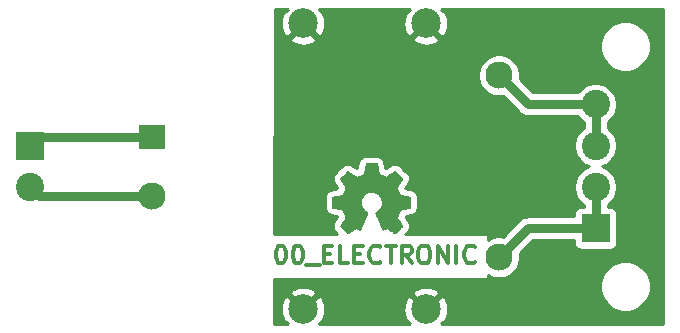
<source format=gbr>
G04 #@! TF.GenerationSoftware,KiCad,Pcbnew,5.1.5-52549c5~86~ubuntu18.04.1*
G04 #@! TF.CreationDate,2020-09-03T19:11:04-05:00*
G04 #@! TF.ProjectId,D00,4430302e-6b69-4636-9164-5f7063625858,rev?*
G04 #@! TF.SameCoordinates,Original*
G04 #@! TF.FileFunction,Copper,L1,Top*
G04 #@! TF.FilePolarity,Positive*
%FSLAX46Y46*%
G04 Gerber Fmt 4.6, Leading zero omitted, Abs format (unit mm)*
G04 Created by KiCad (PCBNEW 5.1.5-52549c5~86~ubuntu18.04.1) date 2020-09-03 19:11:04*
%MOMM*%
%LPD*%
G04 APERTURE LIST*
%ADD10C,0.300000*%
%ADD11C,0.010000*%
%ADD12C,2.400000*%
%ADD13R,2.400000X2.400000*%
%ADD14C,2.300000*%
%ADD15R,2.300000X2.000000*%
%ADD16C,2.499360*%
%ADD17C,0.750000*%
%ADD18C,0.254000*%
G04 APERTURE END LIST*
D10*
X45370171Y-40682171D02*
X45513028Y-40682171D01*
X45655885Y-40753600D01*
X45727314Y-40825028D01*
X45798742Y-40967885D01*
X45870171Y-41253600D01*
X45870171Y-41610742D01*
X45798742Y-41896457D01*
X45727314Y-42039314D01*
X45655885Y-42110742D01*
X45513028Y-42182171D01*
X45370171Y-42182171D01*
X45227314Y-42110742D01*
X45155885Y-42039314D01*
X45084457Y-41896457D01*
X45013028Y-41610742D01*
X45013028Y-41253600D01*
X45084457Y-40967885D01*
X45155885Y-40825028D01*
X45227314Y-40753600D01*
X45370171Y-40682171D01*
X46798742Y-40682171D02*
X46941600Y-40682171D01*
X47084457Y-40753600D01*
X47155885Y-40825028D01*
X47227314Y-40967885D01*
X47298742Y-41253600D01*
X47298742Y-41610742D01*
X47227314Y-41896457D01*
X47155885Y-42039314D01*
X47084457Y-42110742D01*
X46941600Y-42182171D01*
X46798742Y-42182171D01*
X46655885Y-42110742D01*
X46584457Y-42039314D01*
X46513028Y-41896457D01*
X46441600Y-41610742D01*
X46441600Y-41253600D01*
X46513028Y-40967885D01*
X46584457Y-40825028D01*
X46655885Y-40753600D01*
X46798742Y-40682171D01*
X47584457Y-42325028D02*
X48727314Y-42325028D01*
X49084457Y-41396457D02*
X49584457Y-41396457D01*
X49798742Y-42182171D02*
X49084457Y-42182171D01*
X49084457Y-40682171D01*
X49798742Y-40682171D01*
X51155885Y-42182171D02*
X50441600Y-42182171D01*
X50441600Y-40682171D01*
X51655885Y-41396457D02*
X52155885Y-41396457D01*
X52370171Y-42182171D02*
X51655885Y-42182171D01*
X51655885Y-40682171D01*
X52370171Y-40682171D01*
X53870171Y-42039314D02*
X53798742Y-42110742D01*
X53584457Y-42182171D01*
X53441600Y-42182171D01*
X53227314Y-42110742D01*
X53084457Y-41967885D01*
X53013028Y-41825028D01*
X52941600Y-41539314D01*
X52941600Y-41325028D01*
X53013028Y-41039314D01*
X53084457Y-40896457D01*
X53227314Y-40753600D01*
X53441600Y-40682171D01*
X53584457Y-40682171D01*
X53798742Y-40753600D01*
X53870171Y-40825028D01*
X54298742Y-40682171D02*
X55155885Y-40682171D01*
X54727314Y-42182171D02*
X54727314Y-40682171D01*
X56513028Y-42182171D02*
X56013028Y-41467885D01*
X55655885Y-42182171D02*
X55655885Y-40682171D01*
X56227314Y-40682171D01*
X56370171Y-40753600D01*
X56441600Y-40825028D01*
X56513028Y-40967885D01*
X56513028Y-41182171D01*
X56441600Y-41325028D01*
X56370171Y-41396457D01*
X56227314Y-41467885D01*
X55655885Y-41467885D01*
X57441600Y-40682171D02*
X57727314Y-40682171D01*
X57870171Y-40753600D01*
X58013028Y-40896457D01*
X58084457Y-41182171D01*
X58084457Y-41682171D01*
X58013028Y-41967885D01*
X57870171Y-42110742D01*
X57727314Y-42182171D01*
X57441600Y-42182171D01*
X57298742Y-42110742D01*
X57155885Y-41967885D01*
X57084457Y-41682171D01*
X57084457Y-41182171D01*
X57155885Y-40896457D01*
X57298742Y-40753600D01*
X57441600Y-40682171D01*
X58727314Y-42182171D02*
X58727314Y-40682171D01*
X59584457Y-42182171D01*
X59584457Y-40682171D01*
X60298742Y-42182171D02*
X60298742Y-40682171D01*
X61870171Y-42039314D02*
X61798742Y-42110742D01*
X61584457Y-42182171D01*
X61441600Y-42182171D01*
X61227314Y-42110742D01*
X61084457Y-41967885D01*
X61013028Y-41825028D01*
X60941600Y-41539314D01*
X60941600Y-41325028D01*
X61013028Y-41039314D01*
X61084457Y-40896457D01*
X61227314Y-40753600D01*
X61441600Y-40682171D01*
X61584457Y-40682171D01*
X61798742Y-40753600D01*
X61870171Y-40825028D01*
D11*
G36*
X53641814Y-34171931D02*
G01*
X53725635Y-34616555D01*
X54034920Y-34744053D01*
X54344206Y-34871551D01*
X54715246Y-34619246D01*
X54819157Y-34548996D01*
X54913087Y-34486272D01*
X54992652Y-34433938D01*
X55053470Y-34394857D01*
X55091157Y-34371893D01*
X55101421Y-34366942D01*
X55119910Y-34379676D01*
X55159420Y-34414882D01*
X55215522Y-34468062D01*
X55283787Y-34534718D01*
X55359786Y-34610354D01*
X55439092Y-34690472D01*
X55517275Y-34770574D01*
X55589907Y-34846164D01*
X55652559Y-34912745D01*
X55700803Y-34965818D01*
X55730210Y-35000887D01*
X55737241Y-35012623D01*
X55727123Y-35034260D01*
X55698759Y-35081662D01*
X55655129Y-35150193D01*
X55599218Y-35235215D01*
X55534006Y-35332093D01*
X55496219Y-35387350D01*
X55427343Y-35488248D01*
X55366140Y-35579299D01*
X55315578Y-35655970D01*
X55278628Y-35713728D01*
X55258258Y-35748043D01*
X55255197Y-35755254D01*
X55262136Y-35775748D01*
X55281051Y-35823513D01*
X55309087Y-35891832D01*
X55343391Y-35973989D01*
X55381109Y-36063270D01*
X55419387Y-36152958D01*
X55455370Y-36236338D01*
X55486206Y-36306694D01*
X55509039Y-36357310D01*
X55521017Y-36381471D01*
X55521724Y-36382422D01*
X55540531Y-36387036D01*
X55590618Y-36397328D01*
X55666793Y-36412287D01*
X55763865Y-36430901D01*
X55876643Y-36452159D01*
X55942442Y-36464418D01*
X56062950Y-36487362D01*
X56171797Y-36509195D01*
X56263476Y-36528722D01*
X56332481Y-36544748D01*
X56373304Y-36556079D01*
X56381511Y-36559674D01*
X56389548Y-36584006D01*
X56396033Y-36638959D01*
X56400970Y-36718108D01*
X56404364Y-36815026D01*
X56406218Y-36923287D01*
X56406538Y-37036465D01*
X56405327Y-37148135D01*
X56402590Y-37251868D01*
X56398331Y-37341241D01*
X56392555Y-37409826D01*
X56385267Y-37451197D01*
X56380895Y-37459810D01*
X56354764Y-37470133D01*
X56299393Y-37484892D01*
X56222107Y-37502352D01*
X56130230Y-37520780D01*
X56098158Y-37526741D01*
X55943524Y-37555066D01*
X55821375Y-37577876D01*
X55727673Y-37596080D01*
X55658384Y-37610583D01*
X55609471Y-37622292D01*
X55576897Y-37632115D01*
X55556628Y-37640956D01*
X55544626Y-37649724D01*
X55542947Y-37651457D01*
X55526184Y-37679371D01*
X55500614Y-37733695D01*
X55468788Y-37807777D01*
X55433260Y-37894965D01*
X55396583Y-37988608D01*
X55361311Y-38082052D01*
X55329996Y-38168647D01*
X55305193Y-38241740D01*
X55289454Y-38294678D01*
X55285332Y-38320811D01*
X55285676Y-38321726D01*
X55299641Y-38343086D01*
X55331322Y-38390084D01*
X55377391Y-38457827D01*
X55434518Y-38541423D01*
X55499373Y-38635982D01*
X55517843Y-38662854D01*
X55583699Y-38760275D01*
X55641650Y-38849163D01*
X55688538Y-38924412D01*
X55721207Y-38980920D01*
X55736500Y-39013581D01*
X55737241Y-39017593D01*
X55724392Y-39038684D01*
X55688888Y-39080464D01*
X55635293Y-39138445D01*
X55568171Y-39208135D01*
X55492087Y-39285045D01*
X55411604Y-39364683D01*
X55331287Y-39442561D01*
X55255699Y-39514186D01*
X55189405Y-39575070D01*
X55136969Y-39620721D01*
X55102955Y-39646650D01*
X55093545Y-39650883D01*
X55071643Y-39640912D01*
X55026800Y-39614020D01*
X54966321Y-39574736D01*
X54919789Y-39543117D01*
X54835475Y-39485098D01*
X54735626Y-39416784D01*
X54635473Y-39348579D01*
X54581627Y-39312075D01*
X54399371Y-39188800D01*
X54246381Y-39271520D01*
X54176682Y-39307759D01*
X54117414Y-39335926D01*
X54077311Y-39351991D01*
X54067103Y-39354226D01*
X54054829Y-39337722D01*
X54030613Y-39291082D01*
X53996263Y-39218609D01*
X53953588Y-39124606D01*
X53904394Y-39013374D01*
X53850490Y-38889215D01*
X53793684Y-38756432D01*
X53735782Y-38619327D01*
X53678593Y-38482202D01*
X53623924Y-38349358D01*
X53573584Y-38225098D01*
X53529380Y-38113725D01*
X53493119Y-38019539D01*
X53466609Y-37946844D01*
X53451658Y-37899941D01*
X53449254Y-37883833D01*
X53468311Y-37863286D01*
X53510036Y-37829933D01*
X53565706Y-37790702D01*
X53570378Y-37787599D01*
X53714264Y-37672423D01*
X53830283Y-37538053D01*
X53917430Y-37388784D01*
X53974699Y-37228913D01*
X54001086Y-37062737D01*
X53995585Y-36894552D01*
X53957190Y-36728655D01*
X53884895Y-36569342D01*
X53863626Y-36534487D01*
X53752996Y-36393737D01*
X53622302Y-36280714D01*
X53476064Y-36196003D01*
X53318808Y-36140194D01*
X53155057Y-36113874D01*
X52989333Y-36117630D01*
X52826162Y-36152050D01*
X52670065Y-36217723D01*
X52525567Y-36315235D01*
X52480869Y-36354813D01*
X52367112Y-36478703D01*
X52284218Y-36609124D01*
X52227356Y-36755315D01*
X52195687Y-36900088D01*
X52187869Y-37062860D01*
X52213938Y-37226440D01*
X52271245Y-37385298D01*
X52357144Y-37533906D01*
X52468986Y-37666735D01*
X52604123Y-37778256D01*
X52621883Y-37790011D01*
X52678150Y-37828508D01*
X52720923Y-37861863D01*
X52741372Y-37883160D01*
X52741669Y-37883833D01*
X52737279Y-37906871D01*
X52719876Y-37959157D01*
X52691268Y-38036390D01*
X52653265Y-38134268D01*
X52607674Y-38248491D01*
X52556303Y-38374758D01*
X52500962Y-38508767D01*
X52443458Y-38646218D01*
X52385601Y-38782808D01*
X52329198Y-38914237D01*
X52276058Y-39036205D01*
X52227990Y-39144409D01*
X52186801Y-39234549D01*
X52154301Y-39302323D01*
X52132297Y-39343430D01*
X52123436Y-39354226D01*
X52096360Y-39345819D01*
X52045697Y-39323272D01*
X51980183Y-39290613D01*
X51944159Y-39271520D01*
X51791168Y-39188800D01*
X51608912Y-39312075D01*
X51515875Y-39375228D01*
X51414015Y-39444727D01*
X51318562Y-39510165D01*
X51270750Y-39543117D01*
X51203505Y-39588273D01*
X51146564Y-39624057D01*
X51107354Y-39645938D01*
X51094619Y-39650563D01*
X51076083Y-39638085D01*
X51035059Y-39603252D01*
X50975525Y-39549678D01*
X50901458Y-39480983D01*
X50816835Y-39400781D01*
X50763315Y-39349286D01*
X50669681Y-39257286D01*
X50588759Y-39174999D01*
X50523823Y-39105945D01*
X50478142Y-39053644D01*
X50454989Y-39021616D01*
X50452768Y-39015116D01*
X50463076Y-38990394D01*
X50491561Y-38940405D01*
X50535063Y-38870212D01*
X50590423Y-38784875D01*
X50654480Y-38689456D01*
X50672697Y-38662854D01*
X50739073Y-38566167D01*
X50798622Y-38479117D01*
X50848016Y-38406595D01*
X50883925Y-38353493D01*
X50903019Y-38324703D01*
X50904864Y-38321726D01*
X50902105Y-38298782D01*
X50887462Y-38248336D01*
X50863487Y-38177041D01*
X50832734Y-38091547D01*
X50797756Y-37998507D01*
X50761107Y-37904574D01*
X50725339Y-37816399D01*
X50693006Y-37740634D01*
X50666662Y-37683931D01*
X50648858Y-37652943D01*
X50647593Y-37651457D01*
X50636706Y-37642601D01*
X50618318Y-37633843D01*
X50588394Y-37624277D01*
X50542897Y-37612996D01*
X50477791Y-37599093D01*
X50389039Y-37581663D01*
X50272607Y-37559798D01*
X50124458Y-37532591D01*
X50092382Y-37526741D01*
X49997314Y-37508374D01*
X49914435Y-37490405D01*
X49851070Y-37474569D01*
X49814542Y-37462600D01*
X49809644Y-37459810D01*
X49801573Y-37435072D01*
X49795013Y-37379790D01*
X49789967Y-37300389D01*
X49786441Y-37203296D01*
X49784439Y-37094938D01*
X49783964Y-36981740D01*
X49785023Y-36870128D01*
X49787618Y-36766529D01*
X49791754Y-36677368D01*
X49797437Y-36609072D01*
X49804669Y-36568066D01*
X49809029Y-36559674D01*
X49833302Y-36551208D01*
X49888574Y-36537435D01*
X49969338Y-36519550D01*
X50070088Y-36498748D01*
X50185317Y-36476223D01*
X50248098Y-36464418D01*
X50367213Y-36442151D01*
X50473435Y-36421979D01*
X50561573Y-36404915D01*
X50626434Y-36391969D01*
X50662826Y-36384155D01*
X50668816Y-36382422D01*
X50678939Y-36362890D01*
X50700338Y-36315843D01*
X50730161Y-36248003D01*
X50765555Y-36166091D01*
X50803668Y-36076828D01*
X50841647Y-35986935D01*
X50876640Y-35903135D01*
X50905794Y-35832147D01*
X50926257Y-35780694D01*
X50935177Y-35755497D01*
X50935343Y-35754396D01*
X50925231Y-35734519D01*
X50896883Y-35688777D01*
X50853277Y-35621717D01*
X50797394Y-35537884D01*
X50732213Y-35441826D01*
X50694321Y-35386650D01*
X50625275Y-35285481D01*
X50563950Y-35193630D01*
X50513337Y-35115744D01*
X50476429Y-35056469D01*
X50456218Y-35020451D01*
X50453299Y-35012377D01*
X50465847Y-34993584D01*
X50500537Y-34953457D01*
X50552937Y-34896493D01*
X50618616Y-34827185D01*
X50693144Y-34750031D01*
X50772087Y-34669525D01*
X50851017Y-34590163D01*
X50925500Y-34516440D01*
X50991106Y-34452852D01*
X51043404Y-34403894D01*
X51077961Y-34374061D01*
X51089522Y-34366942D01*
X51108346Y-34376953D01*
X51153369Y-34405078D01*
X51220213Y-34448454D01*
X51304501Y-34504218D01*
X51401856Y-34569506D01*
X51475293Y-34619246D01*
X51846333Y-34871551D01*
X52464905Y-34616555D01*
X52548725Y-34171931D01*
X52632546Y-33727307D01*
X53557994Y-33727307D01*
X53641814Y-34171931D01*
G37*
X53641814Y-34171931D02*
X53725635Y-34616555D01*
X54034920Y-34744053D01*
X54344206Y-34871551D01*
X54715246Y-34619246D01*
X54819157Y-34548996D01*
X54913087Y-34486272D01*
X54992652Y-34433938D01*
X55053470Y-34394857D01*
X55091157Y-34371893D01*
X55101421Y-34366942D01*
X55119910Y-34379676D01*
X55159420Y-34414882D01*
X55215522Y-34468062D01*
X55283787Y-34534718D01*
X55359786Y-34610354D01*
X55439092Y-34690472D01*
X55517275Y-34770574D01*
X55589907Y-34846164D01*
X55652559Y-34912745D01*
X55700803Y-34965818D01*
X55730210Y-35000887D01*
X55737241Y-35012623D01*
X55727123Y-35034260D01*
X55698759Y-35081662D01*
X55655129Y-35150193D01*
X55599218Y-35235215D01*
X55534006Y-35332093D01*
X55496219Y-35387350D01*
X55427343Y-35488248D01*
X55366140Y-35579299D01*
X55315578Y-35655970D01*
X55278628Y-35713728D01*
X55258258Y-35748043D01*
X55255197Y-35755254D01*
X55262136Y-35775748D01*
X55281051Y-35823513D01*
X55309087Y-35891832D01*
X55343391Y-35973989D01*
X55381109Y-36063270D01*
X55419387Y-36152958D01*
X55455370Y-36236338D01*
X55486206Y-36306694D01*
X55509039Y-36357310D01*
X55521017Y-36381471D01*
X55521724Y-36382422D01*
X55540531Y-36387036D01*
X55590618Y-36397328D01*
X55666793Y-36412287D01*
X55763865Y-36430901D01*
X55876643Y-36452159D01*
X55942442Y-36464418D01*
X56062950Y-36487362D01*
X56171797Y-36509195D01*
X56263476Y-36528722D01*
X56332481Y-36544748D01*
X56373304Y-36556079D01*
X56381511Y-36559674D01*
X56389548Y-36584006D01*
X56396033Y-36638959D01*
X56400970Y-36718108D01*
X56404364Y-36815026D01*
X56406218Y-36923287D01*
X56406538Y-37036465D01*
X56405327Y-37148135D01*
X56402590Y-37251868D01*
X56398331Y-37341241D01*
X56392555Y-37409826D01*
X56385267Y-37451197D01*
X56380895Y-37459810D01*
X56354764Y-37470133D01*
X56299393Y-37484892D01*
X56222107Y-37502352D01*
X56130230Y-37520780D01*
X56098158Y-37526741D01*
X55943524Y-37555066D01*
X55821375Y-37577876D01*
X55727673Y-37596080D01*
X55658384Y-37610583D01*
X55609471Y-37622292D01*
X55576897Y-37632115D01*
X55556628Y-37640956D01*
X55544626Y-37649724D01*
X55542947Y-37651457D01*
X55526184Y-37679371D01*
X55500614Y-37733695D01*
X55468788Y-37807777D01*
X55433260Y-37894965D01*
X55396583Y-37988608D01*
X55361311Y-38082052D01*
X55329996Y-38168647D01*
X55305193Y-38241740D01*
X55289454Y-38294678D01*
X55285332Y-38320811D01*
X55285676Y-38321726D01*
X55299641Y-38343086D01*
X55331322Y-38390084D01*
X55377391Y-38457827D01*
X55434518Y-38541423D01*
X55499373Y-38635982D01*
X55517843Y-38662854D01*
X55583699Y-38760275D01*
X55641650Y-38849163D01*
X55688538Y-38924412D01*
X55721207Y-38980920D01*
X55736500Y-39013581D01*
X55737241Y-39017593D01*
X55724392Y-39038684D01*
X55688888Y-39080464D01*
X55635293Y-39138445D01*
X55568171Y-39208135D01*
X55492087Y-39285045D01*
X55411604Y-39364683D01*
X55331287Y-39442561D01*
X55255699Y-39514186D01*
X55189405Y-39575070D01*
X55136969Y-39620721D01*
X55102955Y-39646650D01*
X55093545Y-39650883D01*
X55071643Y-39640912D01*
X55026800Y-39614020D01*
X54966321Y-39574736D01*
X54919789Y-39543117D01*
X54835475Y-39485098D01*
X54735626Y-39416784D01*
X54635473Y-39348579D01*
X54581627Y-39312075D01*
X54399371Y-39188800D01*
X54246381Y-39271520D01*
X54176682Y-39307759D01*
X54117414Y-39335926D01*
X54077311Y-39351991D01*
X54067103Y-39354226D01*
X54054829Y-39337722D01*
X54030613Y-39291082D01*
X53996263Y-39218609D01*
X53953588Y-39124606D01*
X53904394Y-39013374D01*
X53850490Y-38889215D01*
X53793684Y-38756432D01*
X53735782Y-38619327D01*
X53678593Y-38482202D01*
X53623924Y-38349358D01*
X53573584Y-38225098D01*
X53529380Y-38113725D01*
X53493119Y-38019539D01*
X53466609Y-37946844D01*
X53451658Y-37899941D01*
X53449254Y-37883833D01*
X53468311Y-37863286D01*
X53510036Y-37829933D01*
X53565706Y-37790702D01*
X53570378Y-37787599D01*
X53714264Y-37672423D01*
X53830283Y-37538053D01*
X53917430Y-37388784D01*
X53974699Y-37228913D01*
X54001086Y-37062737D01*
X53995585Y-36894552D01*
X53957190Y-36728655D01*
X53884895Y-36569342D01*
X53863626Y-36534487D01*
X53752996Y-36393737D01*
X53622302Y-36280714D01*
X53476064Y-36196003D01*
X53318808Y-36140194D01*
X53155057Y-36113874D01*
X52989333Y-36117630D01*
X52826162Y-36152050D01*
X52670065Y-36217723D01*
X52525567Y-36315235D01*
X52480869Y-36354813D01*
X52367112Y-36478703D01*
X52284218Y-36609124D01*
X52227356Y-36755315D01*
X52195687Y-36900088D01*
X52187869Y-37062860D01*
X52213938Y-37226440D01*
X52271245Y-37385298D01*
X52357144Y-37533906D01*
X52468986Y-37666735D01*
X52604123Y-37778256D01*
X52621883Y-37790011D01*
X52678150Y-37828508D01*
X52720923Y-37861863D01*
X52741372Y-37883160D01*
X52741669Y-37883833D01*
X52737279Y-37906871D01*
X52719876Y-37959157D01*
X52691268Y-38036390D01*
X52653265Y-38134268D01*
X52607674Y-38248491D01*
X52556303Y-38374758D01*
X52500962Y-38508767D01*
X52443458Y-38646218D01*
X52385601Y-38782808D01*
X52329198Y-38914237D01*
X52276058Y-39036205D01*
X52227990Y-39144409D01*
X52186801Y-39234549D01*
X52154301Y-39302323D01*
X52132297Y-39343430D01*
X52123436Y-39354226D01*
X52096360Y-39345819D01*
X52045697Y-39323272D01*
X51980183Y-39290613D01*
X51944159Y-39271520D01*
X51791168Y-39188800D01*
X51608912Y-39312075D01*
X51515875Y-39375228D01*
X51414015Y-39444727D01*
X51318562Y-39510165D01*
X51270750Y-39543117D01*
X51203505Y-39588273D01*
X51146564Y-39624057D01*
X51107354Y-39645938D01*
X51094619Y-39650563D01*
X51076083Y-39638085D01*
X51035059Y-39603252D01*
X50975525Y-39549678D01*
X50901458Y-39480983D01*
X50816835Y-39400781D01*
X50763315Y-39349286D01*
X50669681Y-39257286D01*
X50588759Y-39174999D01*
X50523823Y-39105945D01*
X50478142Y-39053644D01*
X50454989Y-39021616D01*
X50452768Y-39015116D01*
X50463076Y-38990394D01*
X50491561Y-38940405D01*
X50535063Y-38870212D01*
X50590423Y-38784875D01*
X50654480Y-38689456D01*
X50672697Y-38662854D01*
X50739073Y-38566167D01*
X50798622Y-38479117D01*
X50848016Y-38406595D01*
X50883925Y-38353493D01*
X50903019Y-38324703D01*
X50904864Y-38321726D01*
X50902105Y-38298782D01*
X50887462Y-38248336D01*
X50863487Y-38177041D01*
X50832734Y-38091547D01*
X50797756Y-37998507D01*
X50761107Y-37904574D01*
X50725339Y-37816399D01*
X50693006Y-37740634D01*
X50666662Y-37683931D01*
X50648858Y-37652943D01*
X50647593Y-37651457D01*
X50636706Y-37642601D01*
X50618318Y-37633843D01*
X50588394Y-37624277D01*
X50542897Y-37612996D01*
X50477791Y-37599093D01*
X50389039Y-37581663D01*
X50272607Y-37559798D01*
X50124458Y-37532591D01*
X50092382Y-37526741D01*
X49997314Y-37508374D01*
X49914435Y-37490405D01*
X49851070Y-37474569D01*
X49814542Y-37462600D01*
X49809644Y-37459810D01*
X49801573Y-37435072D01*
X49795013Y-37379790D01*
X49789967Y-37300389D01*
X49786441Y-37203296D01*
X49784439Y-37094938D01*
X49783964Y-36981740D01*
X49785023Y-36870128D01*
X49787618Y-36766529D01*
X49791754Y-36677368D01*
X49797437Y-36609072D01*
X49804669Y-36568066D01*
X49809029Y-36559674D01*
X49833302Y-36551208D01*
X49888574Y-36537435D01*
X49969338Y-36519550D01*
X50070088Y-36498748D01*
X50185317Y-36476223D01*
X50248098Y-36464418D01*
X50367213Y-36442151D01*
X50473435Y-36421979D01*
X50561573Y-36404915D01*
X50626434Y-36391969D01*
X50662826Y-36384155D01*
X50668816Y-36382422D01*
X50678939Y-36362890D01*
X50700338Y-36315843D01*
X50730161Y-36248003D01*
X50765555Y-36166091D01*
X50803668Y-36076828D01*
X50841647Y-35986935D01*
X50876640Y-35903135D01*
X50905794Y-35832147D01*
X50926257Y-35780694D01*
X50935177Y-35755497D01*
X50935343Y-35754396D01*
X50925231Y-35734519D01*
X50896883Y-35688777D01*
X50853277Y-35621717D01*
X50797394Y-35537884D01*
X50732213Y-35441826D01*
X50694321Y-35386650D01*
X50625275Y-35285481D01*
X50563950Y-35193630D01*
X50513337Y-35115744D01*
X50476429Y-35056469D01*
X50456218Y-35020451D01*
X50453299Y-35012377D01*
X50465847Y-34993584D01*
X50500537Y-34953457D01*
X50552937Y-34896493D01*
X50618616Y-34827185D01*
X50693144Y-34750031D01*
X50772087Y-34669525D01*
X50851017Y-34590163D01*
X50925500Y-34516440D01*
X50991106Y-34452852D01*
X51043404Y-34403894D01*
X51077961Y-34374061D01*
X51089522Y-34366942D01*
X51108346Y-34376953D01*
X51153369Y-34405078D01*
X51220213Y-34448454D01*
X51304501Y-34504218D01*
X51401856Y-34569506D01*
X51475293Y-34619246D01*
X51846333Y-34871551D01*
X52464905Y-34616555D01*
X52548725Y-34171931D01*
X52632546Y-33727307D01*
X53557994Y-33727307D01*
X53641814Y-34171931D01*
D12*
X72085200Y-28720000D03*
X72085200Y-32220000D03*
X72085200Y-35720000D03*
D13*
X72085200Y-39220000D03*
D12*
X24231600Y-35720000D03*
D13*
X24231600Y-32220000D03*
D14*
X63910000Y-41670000D03*
X34510000Y-36470000D03*
D15*
X34510000Y-31470000D03*
D14*
X63910000Y-26270000D03*
D16*
X57708800Y-46070600D03*
X57708800Y-21869400D03*
X47320200Y-46070600D03*
X47320200Y-21869400D03*
D17*
X24981600Y-36470000D02*
X24231600Y-35720000D01*
X34510000Y-36470000D02*
X24981600Y-36470000D01*
X24981600Y-31470000D02*
X24231600Y-32220000D01*
X34510000Y-31470000D02*
X24981600Y-31470000D01*
X66360000Y-28720000D02*
X72085200Y-28720000D01*
X63910000Y-26270000D02*
X66360000Y-28720000D01*
X72085200Y-28720000D02*
X72085200Y-32220000D01*
X66360000Y-39220000D02*
X63910000Y-41670000D01*
X72085200Y-39220000D02*
X66360000Y-39220000D01*
X72085200Y-35720000D02*
X72085200Y-39220000D01*
D18*
G36*
X46006822Y-20735630D02*
G01*
X45716885Y-20861504D01*
X45551061Y-21193662D01*
X45453225Y-21551787D01*
X45427135Y-21922119D01*
X45473795Y-22290425D01*
X45591411Y-22642551D01*
X45716885Y-22877296D01*
X46006823Y-23003171D01*
X47140595Y-21869400D01*
X47126452Y-21855258D01*
X47306058Y-21675652D01*
X47320200Y-21689795D01*
X47334342Y-21675652D01*
X47513948Y-21855258D01*
X47499805Y-21869400D01*
X48633577Y-23003171D01*
X48923515Y-22877296D01*
X49089339Y-22545138D01*
X49187175Y-22187013D01*
X49213265Y-21816681D01*
X49166605Y-21448375D01*
X49048989Y-21096249D01*
X48923515Y-20861504D01*
X48633578Y-20735630D01*
X48709208Y-20660000D01*
X56319792Y-20660000D01*
X56395422Y-20735630D01*
X56105485Y-20861504D01*
X55939661Y-21193662D01*
X55841825Y-21551787D01*
X55815735Y-21922119D01*
X55862395Y-22290425D01*
X55980011Y-22642551D01*
X56105485Y-22877296D01*
X56395423Y-23003171D01*
X57529195Y-21869400D01*
X57515052Y-21855258D01*
X57694658Y-21675652D01*
X57708800Y-21689795D01*
X57722942Y-21675652D01*
X57902548Y-21855258D01*
X57888405Y-21869400D01*
X59022177Y-23003171D01*
X59312115Y-22877296D01*
X59477939Y-22545138D01*
X59575775Y-22187013D01*
X59601865Y-21816681D01*
X59555205Y-21448375D01*
X59437589Y-21096249D01*
X59312115Y-20861504D01*
X59022178Y-20735630D01*
X59097808Y-20660000D01*
X77760000Y-20660000D01*
X77760001Y-47280000D01*
X59097808Y-47280000D01*
X59022178Y-47204370D01*
X59312115Y-47078496D01*
X59477939Y-46746338D01*
X59575775Y-46388213D01*
X59601865Y-46017881D01*
X59555205Y-45649575D01*
X59437589Y-45297449D01*
X59312115Y-45062704D01*
X59022177Y-44936829D01*
X57888405Y-46070600D01*
X57902548Y-46084742D01*
X57722942Y-46264348D01*
X57708800Y-46250205D01*
X57694658Y-46264348D01*
X57515052Y-46084742D01*
X57529195Y-46070600D01*
X56395423Y-44936829D01*
X56105485Y-45062704D01*
X55939661Y-45394862D01*
X55841825Y-45752987D01*
X55815735Y-46123319D01*
X55862395Y-46491625D01*
X55980011Y-46843751D01*
X56105485Y-47078496D01*
X56395422Y-47204370D01*
X56319792Y-47280000D01*
X48709208Y-47280000D01*
X48633578Y-47204370D01*
X48923515Y-47078496D01*
X49089339Y-46746338D01*
X49187175Y-46388213D01*
X49213265Y-46017881D01*
X49166605Y-45649575D01*
X49048989Y-45297449D01*
X48923515Y-45062704D01*
X48633577Y-44936829D01*
X47499805Y-46070600D01*
X47513948Y-46084742D01*
X47334342Y-46264348D01*
X47320200Y-46250205D01*
X47306058Y-46264348D01*
X47126452Y-46084742D01*
X47140595Y-46070600D01*
X46006823Y-44936829D01*
X45716885Y-45062704D01*
X45551061Y-45394862D01*
X45453225Y-45752987D01*
X45427135Y-46123319D01*
X45473795Y-46491625D01*
X45591411Y-46843751D01*
X45716885Y-47078496D01*
X46006822Y-47204370D01*
X45931192Y-47280000D01*
X44857288Y-47280000D01*
X44864282Y-44757223D01*
X46186429Y-44757223D01*
X47320200Y-45890995D01*
X48453971Y-44757223D01*
X56575029Y-44757223D01*
X57708800Y-45890995D01*
X58842571Y-44757223D01*
X58716696Y-44467285D01*
X58384538Y-44301461D01*
X58026413Y-44203625D01*
X57656081Y-44177535D01*
X57287775Y-44224195D01*
X56935649Y-44341811D01*
X56700904Y-44467285D01*
X56575029Y-44757223D01*
X48453971Y-44757223D01*
X48328096Y-44467285D01*
X47995938Y-44301461D01*
X47637813Y-44203625D01*
X47267481Y-44177535D01*
X46899175Y-44224195D01*
X46547049Y-44341811D01*
X46312304Y-44467285D01*
X46186429Y-44757223D01*
X44864282Y-44757223D01*
X44866604Y-43919721D01*
X72475000Y-43919721D01*
X72475000Y-44340279D01*
X72557047Y-44752756D01*
X72717988Y-45141302D01*
X72951637Y-45490983D01*
X73249017Y-45788363D01*
X73598698Y-46022012D01*
X73987244Y-46182953D01*
X74399721Y-46265000D01*
X74820279Y-46265000D01*
X75232756Y-46182953D01*
X75621302Y-46022012D01*
X75970983Y-45788363D01*
X76268363Y-45490983D01*
X76502012Y-45141302D01*
X76662953Y-44752756D01*
X76745000Y-44340279D01*
X76745000Y-43919721D01*
X76662953Y-43507244D01*
X76502012Y-43118698D01*
X76268363Y-42769017D01*
X75970983Y-42471637D01*
X75621302Y-42237988D01*
X75232756Y-42077047D01*
X74820279Y-41995000D01*
X74399721Y-41995000D01*
X73987244Y-42077047D01*
X73598698Y-42237988D01*
X73249017Y-42471637D01*
X72951637Y-42769017D01*
X72717988Y-43118698D01*
X72557047Y-43507244D01*
X72475000Y-43919721D01*
X44866604Y-43919721D01*
X44867675Y-43533600D01*
X62940886Y-43533600D01*
X62940886Y-43169260D01*
X63064485Y-43251847D01*
X63389335Y-43386404D01*
X63734193Y-43455000D01*
X64085807Y-43455000D01*
X64430665Y-43386404D01*
X64755515Y-43251847D01*
X65047871Y-43056500D01*
X65296500Y-42807871D01*
X65491847Y-42515515D01*
X65626404Y-42190665D01*
X65695000Y-41845807D01*
X65695000Y-41494193D01*
X65664997Y-41343358D01*
X66778355Y-40230000D01*
X70247128Y-40230000D01*
X70247128Y-40420000D01*
X70259388Y-40544482D01*
X70295698Y-40664180D01*
X70354663Y-40774494D01*
X70434015Y-40871185D01*
X70530706Y-40950537D01*
X70641020Y-41009502D01*
X70760718Y-41045812D01*
X70885200Y-41058072D01*
X73285200Y-41058072D01*
X73409682Y-41045812D01*
X73529380Y-41009502D01*
X73639694Y-40950537D01*
X73736385Y-40871185D01*
X73815737Y-40774494D01*
X73874702Y-40664180D01*
X73911012Y-40544482D01*
X73923272Y-40420000D01*
X73923272Y-38020000D01*
X73911012Y-37895518D01*
X73874702Y-37775820D01*
X73815737Y-37665506D01*
X73736385Y-37568815D01*
X73639694Y-37489463D01*
X73529380Y-37430498D01*
X73409682Y-37394188D01*
X73285200Y-37381928D01*
X73095200Y-37381928D01*
X73095200Y-37252076D01*
X73254944Y-37145338D01*
X73510538Y-36889744D01*
X73711356Y-36589199D01*
X73849682Y-36255250D01*
X73920200Y-35900732D01*
X73920200Y-35539268D01*
X73849682Y-35184750D01*
X73711356Y-34850801D01*
X73510538Y-34550256D01*
X73254944Y-34294662D01*
X72954399Y-34093844D01*
X72655413Y-33970000D01*
X72954399Y-33846156D01*
X73254944Y-33645338D01*
X73510538Y-33389744D01*
X73711356Y-33089199D01*
X73849682Y-32755250D01*
X73920200Y-32400732D01*
X73920200Y-32039268D01*
X73849682Y-31684750D01*
X73711356Y-31350801D01*
X73510538Y-31050256D01*
X73254944Y-30794662D01*
X73095200Y-30687924D01*
X73095200Y-30252076D01*
X73254944Y-30145338D01*
X73510538Y-29889744D01*
X73711356Y-29589199D01*
X73849682Y-29255250D01*
X73920200Y-28900732D01*
X73920200Y-28539268D01*
X73849682Y-28184750D01*
X73711356Y-27850801D01*
X73510538Y-27550256D01*
X73254944Y-27294662D01*
X72954399Y-27093844D01*
X72620450Y-26955518D01*
X72265932Y-26885000D01*
X71904468Y-26885000D01*
X71549950Y-26955518D01*
X71216001Y-27093844D01*
X70915456Y-27294662D01*
X70659862Y-27550256D01*
X70553124Y-27710000D01*
X66778355Y-27710000D01*
X65664997Y-26596642D01*
X65695000Y-26445807D01*
X65695000Y-26094193D01*
X65626404Y-25749335D01*
X65491847Y-25424485D01*
X65296500Y-25132129D01*
X65047871Y-24883500D01*
X64755515Y-24688153D01*
X64430665Y-24553596D01*
X64085807Y-24485000D01*
X63734193Y-24485000D01*
X63389335Y-24553596D01*
X63064485Y-24688153D01*
X62772129Y-24883500D01*
X62523500Y-25132129D01*
X62328153Y-25424485D01*
X62193596Y-25749335D01*
X62125000Y-26094193D01*
X62125000Y-26445807D01*
X62193596Y-26790665D01*
X62328153Y-27115515D01*
X62523500Y-27407871D01*
X62772129Y-27656500D01*
X63064485Y-27851847D01*
X63389335Y-27986404D01*
X63734193Y-28055000D01*
X64085807Y-28055000D01*
X64236642Y-28024997D01*
X65610739Y-29399094D01*
X65642367Y-29437633D01*
X65796160Y-29563847D01*
X65971620Y-29657632D01*
X66162006Y-29715385D01*
X66310392Y-29730000D01*
X66310394Y-29730000D01*
X66359999Y-29734886D01*
X66409604Y-29730000D01*
X70553124Y-29730000D01*
X70659862Y-29889744D01*
X70915456Y-30145338D01*
X71075200Y-30252076D01*
X71075201Y-30687924D01*
X70915456Y-30794662D01*
X70659862Y-31050256D01*
X70459044Y-31350801D01*
X70320718Y-31684750D01*
X70250200Y-32039268D01*
X70250200Y-32400732D01*
X70320718Y-32755250D01*
X70459044Y-33089199D01*
X70659862Y-33389744D01*
X70915456Y-33645338D01*
X71216001Y-33846156D01*
X71514987Y-33970000D01*
X71216001Y-34093844D01*
X70915456Y-34294662D01*
X70659862Y-34550256D01*
X70459044Y-34850801D01*
X70320718Y-35184750D01*
X70250200Y-35539268D01*
X70250200Y-35900732D01*
X70320718Y-36255250D01*
X70459044Y-36589199D01*
X70659862Y-36889744D01*
X70915456Y-37145338D01*
X71075200Y-37252076D01*
X71075200Y-37381928D01*
X70885200Y-37381928D01*
X70760718Y-37394188D01*
X70641020Y-37430498D01*
X70530706Y-37489463D01*
X70434015Y-37568815D01*
X70354663Y-37665506D01*
X70295698Y-37775820D01*
X70259388Y-37895518D01*
X70247128Y-38020000D01*
X70247128Y-38210000D01*
X66409604Y-38210000D01*
X66359999Y-38205114D01*
X66310394Y-38210000D01*
X66310392Y-38210000D01*
X66162006Y-38224615D01*
X65971620Y-38282368D01*
X65796160Y-38376153D01*
X65642367Y-38502367D01*
X65610739Y-38540906D01*
X64236642Y-39915003D01*
X64085807Y-39885000D01*
X63734193Y-39885000D01*
X63389335Y-39953596D01*
X63064485Y-40088153D01*
X62940886Y-40170740D01*
X62940886Y-39713600D01*
X55968384Y-39713600D01*
X56022883Y-39658509D01*
X56022889Y-39658504D01*
X56022973Y-39658417D01*
X56023156Y-39658233D01*
X56023167Y-39658219D01*
X56029133Y-39652111D01*
X56096255Y-39582420D01*
X56097560Y-39580769D01*
X56099157Y-39579388D01*
X56105268Y-39572868D01*
X56158863Y-39514887D01*
X56164249Y-39507778D01*
X56170747Y-39501667D01*
X56176581Y-39494898D01*
X56212085Y-39453118D01*
X56238205Y-39415477D01*
X56266250Y-39379257D01*
X56270952Y-39371658D01*
X56283802Y-39350567D01*
X56301787Y-39313281D01*
X56322203Y-39277248D01*
X56328869Y-39257133D01*
X56338067Y-39238064D01*
X56348466Y-39198001D01*
X56361496Y-39158683D01*
X56364127Y-39137662D01*
X56369448Y-39117164D01*
X56371869Y-39075823D01*
X56377011Y-39034744D01*
X56375510Y-39013624D01*
X56376749Y-38992472D01*
X56371093Y-38951450D01*
X56368159Y-38910152D01*
X56366597Y-38901354D01*
X56365856Y-38897342D01*
X56361785Y-38883205D01*
X56359868Y-38868626D01*
X56344534Y-38823297D01*
X56331292Y-38777313D01*
X56324557Y-38764244D01*
X56319842Y-38750307D01*
X56316109Y-38742188D01*
X56300816Y-38709527D01*
X56288986Y-38689596D01*
X56279695Y-38668363D01*
X56275276Y-38660596D01*
X56242607Y-38604088D01*
X56239034Y-38599104D01*
X56236392Y-38593571D01*
X56231719Y-38585954D01*
X56184831Y-38510704D01*
X56183551Y-38509037D01*
X56182603Y-38507153D01*
X56177774Y-38499634D01*
X56119823Y-38410746D01*
X56119280Y-38410068D01*
X56118871Y-38409288D01*
X56113918Y-38401850D01*
X56048062Y-38304429D01*
X56047957Y-38304302D01*
X56045271Y-38300335D01*
X56027162Y-38273989D01*
X55992187Y-38222995D01*
X55993959Y-38218299D01*
X56003082Y-38195008D01*
X56060022Y-38184375D01*
X56213471Y-38156267D01*
X56213560Y-38156241D01*
X56215107Y-38155965D01*
X56247179Y-38150004D01*
X56247244Y-38149985D01*
X56247316Y-38149979D01*
X56256090Y-38148282D01*
X56347967Y-38129854D01*
X56351124Y-38128892D01*
X56354408Y-38128528D01*
X56363138Y-38126620D01*
X56440424Y-38109160D01*
X56447846Y-38106701D01*
X56455578Y-38105542D01*
X56464228Y-38103301D01*
X56519599Y-38088542D01*
X56550116Y-38077117D01*
X56581577Y-38068595D01*
X56589911Y-38065369D01*
X56616042Y-38055046D01*
X56634885Y-38045380D01*
X56636576Y-38044747D01*
X56638803Y-38043370D01*
X56651473Y-38036871D01*
X56688115Y-38021251D01*
X56706925Y-38008426D01*
X56727179Y-37998036D01*
X56758405Y-37973325D01*
X56791315Y-37950886D01*
X56807277Y-37934650D01*
X56825126Y-37920525D01*
X56850966Y-37890211D01*
X56878882Y-37861815D01*
X56891380Y-37842798D01*
X56906153Y-37825467D01*
X56916533Y-37806926D01*
X56920853Y-37801552D01*
X56930035Y-37783981D01*
X56947482Y-37757434D01*
X56951582Y-37749493D01*
X56955954Y-37740880D01*
X56961570Y-37726485D01*
X56967172Y-37716479D01*
X56970254Y-37707018D01*
X56978703Y-37690850D01*
X56988604Y-37657190D01*
X57001351Y-37624516D01*
X57006182Y-37597429D01*
X57013950Y-37571021D01*
X57015562Y-37562231D01*
X57022850Y-37520860D01*
X57024724Y-37496452D01*
X57029486Y-37472434D01*
X57030297Y-37463535D01*
X57036073Y-37394949D01*
X57035974Y-37387747D01*
X57037118Y-37380628D01*
X57037606Y-37371705D01*
X57041865Y-37282333D01*
X57041748Y-37279998D01*
X57042070Y-37277680D01*
X57042367Y-37268749D01*
X57045104Y-37165016D01*
X57045068Y-37164513D01*
X57045130Y-37164010D01*
X57045289Y-37155075D01*
X57046498Y-37043601D01*
X57046499Y-37043591D01*
X57046535Y-37034655D01*
X57046215Y-36921477D01*
X57046205Y-36921374D01*
X57046215Y-36921264D01*
X57046124Y-36912329D01*
X57044270Y-36804067D01*
X57044126Y-36802820D01*
X57044223Y-36801560D01*
X57043972Y-36792627D01*
X57040578Y-36695709D01*
X57040011Y-36691466D01*
X57040223Y-36687187D01*
X57039729Y-36678265D01*
X57034792Y-36599116D01*
X57032684Y-36586058D01*
X57032608Y-36572834D01*
X57031623Y-36563953D01*
X57025138Y-36509000D01*
X57012342Y-36450464D01*
X56999999Y-36391781D01*
X56998497Y-36387126D01*
X56998464Y-36386975D01*
X56998403Y-36386835D01*
X56997255Y-36383277D01*
X56989218Y-36358945D01*
X56983630Y-36346322D01*
X56980020Y-36332984D01*
X56958380Y-36289284D01*
X56938656Y-36244730D01*
X56930721Y-36233431D01*
X56924590Y-36221050D01*
X56894873Y-36182385D01*
X56866872Y-36142512D01*
X56856895Y-36132970D01*
X56848475Y-36122015D01*
X56811833Y-36089875D01*
X56776602Y-36056182D01*
X56764950Y-36048753D01*
X56754572Y-36039650D01*
X56712392Y-36015243D01*
X56671281Y-35989031D01*
X56658416Y-35984010D01*
X56646461Y-35977092D01*
X56638301Y-35973450D01*
X56630094Y-35969855D01*
X56591112Y-35957147D01*
X56553067Y-35941843D01*
X56544473Y-35939393D01*
X56503651Y-35928063D01*
X56494612Y-35926483D01*
X56485955Y-35923422D01*
X56477264Y-35921340D01*
X56408259Y-35905314D01*
X56406868Y-35905132D01*
X56405528Y-35904685D01*
X56396800Y-35902763D01*
X56305122Y-35883236D01*
X56305041Y-35883227D01*
X56297664Y-35881694D01*
X56188817Y-35859861D01*
X56188683Y-35859848D01*
X56182652Y-35858656D01*
X56062144Y-35835712D01*
X56062018Y-35835701D01*
X56059663Y-35835245D01*
X55994926Y-35823184D01*
X55976035Y-35819623D01*
X56024805Y-35748179D01*
X56062294Y-35693357D01*
X56062370Y-35693219D01*
X56064928Y-35689475D01*
X56130140Y-35592597D01*
X56130195Y-35592496D01*
X56133956Y-35586862D01*
X56189867Y-35501840D01*
X56189987Y-35501611D01*
X56190152Y-35501407D01*
X56195003Y-35493902D01*
X56238633Y-35425371D01*
X56240629Y-35421435D01*
X56243307Y-35417918D01*
X56247949Y-35410281D01*
X56276313Y-35362879D01*
X56288335Y-35337440D01*
X56303026Y-35313431D01*
X56306867Y-35305363D01*
X56316985Y-35283726D01*
X56326664Y-35256335D01*
X56329682Y-35249949D01*
X56331551Y-35242505D01*
X56336271Y-35229148D01*
X56356366Y-35174751D01*
X56357086Y-35170244D01*
X56358601Y-35165956D01*
X56366915Y-35108699D01*
X56376065Y-35051408D01*
X56375896Y-35046851D01*
X56376550Y-35042346D01*
X56373581Y-34984491D01*
X56371432Y-34926587D01*
X56370383Y-34922157D01*
X56370149Y-34917604D01*
X56355985Y-34861373D01*
X56342642Y-34805044D01*
X56340753Y-34800903D01*
X56339639Y-34796482D01*
X56314837Y-34744104D01*
X56299107Y-34709627D01*
X56295393Y-34700609D01*
X56294111Y-34698678D01*
X56290794Y-34691408D01*
X56286255Y-34683710D01*
X56279224Y-34671974D01*
X56251793Y-34634938D01*
X56226306Y-34596549D01*
X56220612Y-34589662D01*
X56191205Y-34554593D01*
X56185241Y-34548749D01*
X56180348Y-34541982D01*
X56174383Y-34535328D01*
X56126139Y-34482255D01*
X56125362Y-34481552D01*
X56124729Y-34480708D01*
X56118651Y-34474158D01*
X56055999Y-34407577D01*
X56055906Y-34407496D01*
X56051395Y-34402736D01*
X55978763Y-34327145D01*
X55978645Y-34327044D01*
X55975277Y-34323545D01*
X55897093Y-34243443D01*
X55896974Y-34243342D01*
X55893939Y-34240234D01*
X55814633Y-34160116D01*
X55814509Y-34160013D01*
X55811249Y-34156723D01*
X55735251Y-34081088D01*
X55735145Y-34081002D01*
X55730906Y-34076805D01*
X55662642Y-34010149D01*
X55662432Y-34009980D01*
X55662256Y-34009772D01*
X55655813Y-34003580D01*
X55599711Y-33950399D01*
X55595438Y-33947076D01*
X55591824Y-33943048D01*
X55585194Y-33937057D01*
X55545684Y-33901851D01*
X55517033Y-33880956D01*
X55490254Y-33857713D01*
X55482930Y-33852593D01*
X55464441Y-33839859D01*
X55448858Y-33831237D01*
X55444764Y-33828251D01*
X55443893Y-33827847D01*
X55431514Y-33818637D01*
X55392728Y-33800179D01*
X55355149Y-33779386D01*
X55336459Y-33773401D01*
X55318728Y-33764963D01*
X55277079Y-33754386D01*
X55236194Y-33741294D01*
X55216701Y-33739053D01*
X55197664Y-33734219D01*
X55154762Y-33731934D01*
X55112105Y-33727031D01*
X55092540Y-33728620D01*
X55072935Y-33727576D01*
X55030418Y-33733666D01*
X54987608Y-33737143D01*
X54968721Y-33742503D01*
X54949291Y-33745286D01*
X54908768Y-33759517D01*
X54867447Y-33771244D01*
X54849964Y-33780169D01*
X54831441Y-33786674D01*
X54823366Y-33790500D01*
X54813101Y-33795451D01*
X54790160Y-33809428D01*
X54765799Y-33820764D01*
X54758136Y-33825361D01*
X54720449Y-33848325D01*
X54717899Y-33850244D01*
X54715038Y-33851659D01*
X54707487Y-33856437D01*
X54646669Y-33895518D01*
X54646574Y-33895593D01*
X54640951Y-33899236D01*
X54561386Y-33951570D01*
X54561264Y-33951669D01*
X54557671Y-33954032D01*
X54463741Y-34016756D01*
X54463624Y-34016852D01*
X54460708Y-34018794D01*
X54356798Y-34089043D01*
X54356724Y-34089104D01*
X54355369Y-34090012D01*
X54286476Y-34136859D01*
X54270736Y-34053366D01*
X54270735Y-34053362D01*
X54186916Y-33608743D01*
X54186721Y-33608075D01*
X54186658Y-33607383D01*
X54169215Y-33548118D01*
X54151909Y-33488843D01*
X54151589Y-33488227D01*
X54151392Y-33487559D01*
X54122794Y-33432857D01*
X54094280Y-33378026D01*
X54093844Y-33377482D01*
X54093523Y-33376867D01*
X54054936Y-33328874D01*
X54016225Y-33280512D01*
X54015691Y-33280062D01*
X54015257Y-33279522D01*
X53967878Y-33239767D01*
X53920714Y-33200018D01*
X53920109Y-33199684D01*
X53919573Y-33199234D01*
X53865167Y-33169324D01*
X53811388Y-33139607D01*
X53810729Y-33139396D01*
X53810117Y-33139060D01*
X53751272Y-33120394D01*
X53692412Y-33101582D01*
X53691718Y-33101503D01*
X53691057Y-33101293D01*
X53629734Y-33094414D01*
X53568314Y-33087390D01*
X53567622Y-33087447D01*
X53566930Y-33087369D01*
X53557994Y-33087307D01*
X52632546Y-33087307D01*
X52631857Y-33087375D01*
X52631163Y-33087308D01*
X52569578Y-33093481D01*
X52508236Y-33099496D01*
X52507571Y-33099697D01*
X52506880Y-33099766D01*
X52447714Y-33117769D01*
X52388661Y-33135598D01*
X52388049Y-33135923D01*
X52387383Y-33136126D01*
X52332933Y-33165229D01*
X52278375Y-33194237D01*
X52277835Y-33194677D01*
X52277224Y-33195004D01*
X52229352Y-33234219D01*
X52181580Y-33273182D01*
X52181140Y-33273714D01*
X52180599Y-33274157D01*
X52141060Y-33322162D01*
X52101962Y-33369424D01*
X52101634Y-33370031D01*
X52101189Y-33370571D01*
X52071807Y-33425195D01*
X52042554Y-33479297D01*
X52042349Y-33479960D01*
X52042019Y-33480573D01*
X52023838Y-33539757D01*
X52005618Y-33598617D01*
X52005546Y-33599306D01*
X52005341Y-33599972D01*
X52003624Y-33608742D01*
X51919803Y-34053366D01*
X51919803Y-34053367D01*
X51904063Y-34136859D01*
X51835169Y-34090012D01*
X51835115Y-34089982D01*
X51834198Y-34089352D01*
X51760761Y-34039612D01*
X51760639Y-34039545D01*
X51758317Y-34037965D01*
X51660962Y-33972677D01*
X51660824Y-33972603D01*
X51657631Y-33970458D01*
X51573343Y-33914694D01*
X51573207Y-33914622D01*
X51568595Y-33911584D01*
X51501752Y-33868208D01*
X51500819Y-33867725D01*
X51499990Y-33867068D01*
X51492444Y-33862281D01*
X51447421Y-33834156D01*
X51431439Y-33826225D01*
X51416717Y-33816143D01*
X51408857Y-33811892D01*
X51390033Y-33801882D01*
X51375388Y-33795844D01*
X51361780Y-33787740D01*
X51317753Y-33772083D01*
X51274556Y-33754274D01*
X51259022Y-33751197D01*
X51244094Y-33745888D01*
X51197855Y-33739080D01*
X51152030Y-33730002D01*
X51136192Y-33730000D01*
X51120520Y-33727693D01*
X51073857Y-33729994D01*
X51027124Y-33729990D01*
X51011584Y-33733066D01*
X50995766Y-33733846D01*
X50950429Y-33745170D01*
X50904595Y-33754242D01*
X50889952Y-33760276D01*
X50874582Y-33764115D01*
X50832306Y-33784030D01*
X50789109Y-33801830D01*
X50776147Y-33810440D01*
X50769600Y-33813247D01*
X50768094Y-33814278D01*
X50761586Y-33817344D01*
X50753944Y-33821976D01*
X50742383Y-33829095D01*
X50705131Y-33857396D01*
X50694498Y-33864677D01*
X50685067Y-33870942D01*
X50684438Y-33871566D01*
X50666543Y-33883821D01*
X50659738Y-33889613D01*
X50625181Y-33919446D01*
X50619359Y-33925560D01*
X50612587Y-33930610D01*
X50606021Y-33936672D01*
X50553723Y-33985630D01*
X50553006Y-33986447D01*
X50552140Y-33987116D01*
X50545681Y-33993291D01*
X50480075Y-34056879D01*
X50479997Y-34056970D01*
X50475278Y-34061577D01*
X50400795Y-34135300D01*
X50400695Y-34135420D01*
X50397235Y-34138851D01*
X50318305Y-34218213D01*
X50318203Y-34218338D01*
X50315125Y-34221434D01*
X50236182Y-34301940D01*
X50236084Y-34302062D01*
X50232830Y-34305384D01*
X50158302Y-34382538D01*
X50158217Y-34382645D01*
X50154069Y-34386962D01*
X50088390Y-34456270D01*
X50088220Y-34456489D01*
X50088008Y-34456673D01*
X50081913Y-34463208D01*
X50029513Y-34520172D01*
X50026253Y-34524496D01*
X50022269Y-34528180D01*
X50016378Y-34534899D01*
X49981688Y-34575026D01*
X49961333Y-34603835D01*
X49938601Y-34630800D01*
X49933588Y-34638197D01*
X49921040Y-34656990D01*
X49912531Y-34672906D01*
X49909611Y-34677038D01*
X49906031Y-34685064D01*
X49899968Y-34696403D01*
X49876723Y-34734598D01*
X49870573Y-34751384D01*
X49862148Y-34767141D01*
X49849133Y-34809896D01*
X49833750Y-34851880D01*
X49830977Y-34869543D01*
X49825774Y-34886634D01*
X49821311Y-34931102D01*
X49814375Y-34975274D01*
X49815085Y-34993131D01*
X49813300Y-35010915D01*
X49817561Y-35055416D01*
X49819337Y-35100082D01*
X49823503Y-35117465D01*
X49825206Y-35135253D01*
X49838024Y-35178063D01*
X49840764Y-35189497D01*
X49845166Y-35210754D01*
X49846766Y-35214543D01*
X49848445Y-35221548D01*
X49851425Y-35229973D01*
X49854344Y-35238046D01*
X49858759Y-35247312D01*
X49861034Y-35254910D01*
X49874634Y-35280628D01*
X49875040Y-35281480D01*
X49893766Y-35325816D01*
X49898085Y-35333640D01*
X49918296Y-35369658D01*
X49924098Y-35377976D01*
X49928468Y-35387134D01*
X49933139Y-35394753D01*
X49970047Y-35454027D01*
X49971098Y-35455396D01*
X49971875Y-35456947D01*
X49976692Y-35464474D01*
X50027306Y-35542360D01*
X50027341Y-35542404D01*
X50031681Y-35549003D01*
X50093007Y-35640854D01*
X50093085Y-35640950D01*
X50096653Y-35646256D01*
X50165699Y-35747425D01*
X50165762Y-35747500D01*
X50166749Y-35748959D01*
X50203617Y-35802643D01*
X50215060Y-35819508D01*
X50130496Y-35835316D01*
X50130458Y-35835327D01*
X50129828Y-35835441D01*
X50067048Y-35847246D01*
X50066900Y-35847289D01*
X50062534Y-35848111D01*
X49947305Y-35870636D01*
X49947189Y-35870671D01*
X49940676Y-35871969D01*
X49839926Y-35892771D01*
X49839823Y-35892803D01*
X49839702Y-35892816D01*
X49830964Y-35894688D01*
X49750200Y-35912573D01*
X49746437Y-35913802D01*
X49742513Y-35914325D01*
X49733827Y-35916425D01*
X49678555Y-35930198D01*
X49655187Y-35938516D01*
X49630991Y-35944025D01*
X49622533Y-35946910D01*
X49598260Y-35955376D01*
X49566378Y-35970127D01*
X49560881Y-35972083D01*
X49556480Y-35974706D01*
X49553102Y-35976268D01*
X49507126Y-35995356D01*
X49496497Y-36002457D01*
X49484899Y-36007823D01*
X49444659Y-36037089D01*
X49403266Y-36064743D01*
X49394218Y-36073774D01*
X49383884Y-36081290D01*
X49350082Y-36117828D01*
X49348791Y-36119117D01*
X49347422Y-36120265D01*
X49346535Y-36121368D01*
X49314861Y-36152983D01*
X49307745Y-36163591D01*
X49299061Y-36172978D01*
X49279689Y-36204502D01*
X49269152Y-36217606D01*
X49260818Y-36233547D01*
X49245279Y-36256712D01*
X49241104Y-36264613D01*
X49236744Y-36273005D01*
X49235151Y-36276978D01*
X49233664Y-36279397D01*
X49227212Y-36296771D01*
X49225400Y-36301290D01*
X49211280Y-36328297D01*
X49202208Y-36359118D01*
X49190249Y-36388935D01*
X49184616Y-36418880D01*
X49176009Y-36448119D01*
X49174396Y-36456908D01*
X49167164Y-36497914D01*
X49165256Y-36522703D01*
X49160444Y-36547100D01*
X49159641Y-36556000D01*
X49153958Y-36624296D01*
X49154065Y-36631584D01*
X49152917Y-36638788D01*
X49152441Y-36647711D01*
X49148305Y-36736873D01*
X49148426Y-36739230D01*
X49148104Y-36741572D01*
X49147819Y-36750503D01*
X49145224Y-36854102D01*
X49145261Y-36854611D01*
X49145199Y-36855121D01*
X49145052Y-36864056D01*
X49143995Y-36975482D01*
X49143994Y-36975489D01*
X49143994Y-36975592D01*
X49143993Y-36975668D01*
X49143994Y-36975674D01*
X49143970Y-36984426D01*
X49144445Y-37097624D01*
X49144455Y-37097720D01*
X49144445Y-37097825D01*
X49144548Y-37106760D01*
X49146550Y-37215118D01*
X49146694Y-37216349D01*
X49146600Y-37217590D01*
X49146863Y-37226523D01*
X49150389Y-37323616D01*
X49150956Y-37327818D01*
X49150751Y-37332058D01*
X49151255Y-37340980D01*
X49156301Y-37420380D01*
X49158397Y-37433271D01*
X49158481Y-37446325D01*
X49159472Y-37455206D01*
X49166032Y-37510488D01*
X49178579Y-37567710D01*
X49190424Y-37625065D01*
X49192767Y-37632419D01*
X49192784Y-37632496D01*
X49192812Y-37632561D01*
X49193137Y-37633580D01*
X49201208Y-37658318D01*
X49218826Y-37698510D01*
X49234089Y-37739698D01*
X49243860Y-37755623D01*
X49251353Y-37772716D01*
X49276438Y-37808715D01*
X49299414Y-37846160D01*
X49312094Y-37859885D01*
X49322763Y-37875196D01*
X49354374Y-37905649D01*
X49384175Y-37937906D01*
X49399269Y-37948899D01*
X49412717Y-37961855D01*
X49449641Y-37985588D01*
X49485139Y-38011442D01*
X49492873Y-38015918D01*
X49497772Y-38018708D01*
X49508914Y-38023684D01*
X49517791Y-38029390D01*
X49551204Y-38042572D01*
X49552343Y-38043081D01*
X49606788Y-38067942D01*
X49611678Y-38069582D01*
X49611820Y-38069645D01*
X49611968Y-38069679D01*
X49615261Y-38070783D01*
X49651789Y-38082752D01*
X49669870Y-38086774D01*
X49687241Y-38093246D01*
X49695896Y-38095472D01*
X49759261Y-38111308D01*
X49764797Y-38112129D01*
X49770107Y-38113919D01*
X49778827Y-38115873D01*
X49861707Y-38133842D01*
X49864479Y-38134164D01*
X49867150Y-38134998D01*
X49875912Y-38136754D01*
X49970980Y-38155121D01*
X49971102Y-38155132D01*
X49977553Y-38156355D01*
X50009162Y-38162120D01*
X50155653Y-38189022D01*
X50187428Y-38194990D01*
X50198358Y-38223003D01*
X50145065Y-38300633D01*
X50145044Y-38300670D01*
X50144645Y-38301245D01*
X50126428Y-38327847D01*
X50126359Y-38327973D01*
X50123112Y-38332737D01*
X50059056Y-38428156D01*
X50058787Y-38428656D01*
X50058421Y-38429102D01*
X50053506Y-38436565D01*
X49998146Y-38521902D01*
X49997157Y-38523813D01*
X49995824Y-38525507D01*
X49991064Y-38533070D01*
X49947562Y-38603262D01*
X49944314Y-38609867D01*
X49939980Y-38615815D01*
X49935502Y-38623548D01*
X49907017Y-38673537D01*
X49892792Y-38705375D01*
X49875864Y-38735870D01*
X49872368Y-38744094D01*
X49862060Y-38768816D01*
X49856854Y-38785807D01*
X49856063Y-38787578D01*
X49855332Y-38790775D01*
X49850449Y-38806715D01*
X49836149Y-38843706D01*
X49832190Y-38866310D01*
X49825470Y-38888243D01*
X49821441Y-38927678D01*
X49814599Y-38966739D01*
X49815106Y-38989681D01*
X49812774Y-39012502D01*
X49816482Y-39051977D01*
X49817357Y-39091615D01*
X49822308Y-39114014D01*
X49824454Y-39136861D01*
X49829591Y-39154131D01*
X49830556Y-39161916D01*
X49837645Y-39183398D01*
X49844316Y-39213576D01*
X49847146Y-39222052D01*
X49849368Y-39228552D01*
X49856190Y-39243547D01*
X49860068Y-39256582D01*
X49864701Y-39265382D01*
X49869700Y-39280530D01*
X49886746Y-39310704D01*
X49901096Y-39342244D01*
X49916379Y-39363540D01*
X49918257Y-39367107D01*
X49919424Y-39368550D01*
X49931136Y-39389282D01*
X49936321Y-39396561D01*
X49959474Y-39428588D01*
X49976030Y-39447326D01*
X49990285Y-39467886D01*
X49996117Y-39474657D01*
X50041798Y-39526958D01*
X50047122Y-39531969D01*
X50051510Y-39537826D01*
X50057586Y-39544378D01*
X50122522Y-39613432D01*
X50124553Y-39615207D01*
X50126220Y-39617332D01*
X50132442Y-39623747D01*
X50213364Y-39706034D01*
X50214153Y-39706693D01*
X50214803Y-39707493D01*
X50220932Y-39713600D01*
X44878266Y-39713600D01*
X44924100Y-23182777D01*
X46186429Y-23182777D01*
X46312304Y-23472715D01*
X46644462Y-23638539D01*
X47002587Y-23736375D01*
X47372919Y-23762465D01*
X47741225Y-23715805D01*
X48093351Y-23598189D01*
X48328096Y-23472715D01*
X48453971Y-23182777D01*
X56575029Y-23182777D01*
X56700904Y-23472715D01*
X57033062Y-23638539D01*
X57391187Y-23736375D01*
X57761519Y-23762465D01*
X58129825Y-23715805D01*
X58477364Y-23599721D01*
X72475000Y-23599721D01*
X72475000Y-24020279D01*
X72557047Y-24432756D01*
X72717988Y-24821302D01*
X72951637Y-25170983D01*
X73249017Y-25468363D01*
X73598698Y-25702012D01*
X73987244Y-25862953D01*
X74399721Y-25945000D01*
X74820279Y-25945000D01*
X75232756Y-25862953D01*
X75621302Y-25702012D01*
X75970983Y-25468363D01*
X76268363Y-25170983D01*
X76502012Y-24821302D01*
X76662953Y-24432756D01*
X76745000Y-24020279D01*
X76745000Y-23599721D01*
X76662953Y-23187244D01*
X76502012Y-22798698D01*
X76268363Y-22449017D01*
X75970983Y-22151637D01*
X75621302Y-21917988D01*
X75232756Y-21757047D01*
X74820279Y-21675000D01*
X74399721Y-21675000D01*
X73987244Y-21757047D01*
X73598698Y-21917988D01*
X73249017Y-22151637D01*
X72951637Y-22449017D01*
X72717988Y-22798698D01*
X72557047Y-23187244D01*
X72475000Y-23599721D01*
X58477364Y-23599721D01*
X58481951Y-23598189D01*
X58716696Y-23472715D01*
X58842571Y-23182777D01*
X57708800Y-22049005D01*
X56575029Y-23182777D01*
X48453971Y-23182777D01*
X47320200Y-22049005D01*
X46186429Y-23182777D01*
X44924100Y-23182777D01*
X44931095Y-20660000D01*
X45931192Y-20660000D01*
X46006822Y-20735630D01*
G37*
X46006822Y-20735630D02*
X45716885Y-20861504D01*
X45551061Y-21193662D01*
X45453225Y-21551787D01*
X45427135Y-21922119D01*
X45473795Y-22290425D01*
X45591411Y-22642551D01*
X45716885Y-22877296D01*
X46006823Y-23003171D01*
X47140595Y-21869400D01*
X47126452Y-21855258D01*
X47306058Y-21675652D01*
X47320200Y-21689795D01*
X47334342Y-21675652D01*
X47513948Y-21855258D01*
X47499805Y-21869400D01*
X48633577Y-23003171D01*
X48923515Y-22877296D01*
X49089339Y-22545138D01*
X49187175Y-22187013D01*
X49213265Y-21816681D01*
X49166605Y-21448375D01*
X49048989Y-21096249D01*
X48923515Y-20861504D01*
X48633578Y-20735630D01*
X48709208Y-20660000D01*
X56319792Y-20660000D01*
X56395422Y-20735630D01*
X56105485Y-20861504D01*
X55939661Y-21193662D01*
X55841825Y-21551787D01*
X55815735Y-21922119D01*
X55862395Y-22290425D01*
X55980011Y-22642551D01*
X56105485Y-22877296D01*
X56395423Y-23003171D01*
X57529195Y-21869400D01*
X57515052Y-21855258D01*
X57694658Y-21675652D01*
X57708800Y-21689795D01*
X57722942Y-21675652D01*
X57902548Y-21855258D01*
X57888405Y-21869400D01*
X59022177Y-23003171D01*
X59312115Y-22877296D01*
X59477939Y-22545138D01*
X59575775Y-22187013D01*
X59601865Y-21816681D01*
X59555205Y-21448375D01*
X59437589Y-21096249D01*
X59312115Y-20861504D01*
X59022178Y-20735630D01*
X59097808Y-20660000D01*
X77760000Y-20660000D01*
X77760001Y-47280000D01*
X59097808Y-47280000D01*
X59022178Y-47204370D01*
X59312115Y-47078496D01*
X59477939Y-46746338D01*
X59575775Y-46388213D01*
X59601865Y-46017881D01*
X59555205Y-45649575D01*
X59437589Y-45297449D01*
X59312115Y-45062704D01*
X59022177Y-44936829D01*
X57888405Y-46070600D01*
X57902548Y-46084742D01*
X57722942Y-46264348D01*
X57708800Y-46250205D01*
X57694658Y-46264348D01*
X57515052Y-46084742D01*
X57529195Y-46070600D01*
X56395423Y-44936829D01*
X56105485Y-45062704D01*
X55939661Y-45394862D01*
X55841825Y-45752987D01*
X55815735Y-46123319D01*
X55862395Y-46491625D01*
X55980011Y-46843751D01*
X56105485Y-47078496D01*
X56395422Y-47204370D01*
X56319792Y-47280000D01*
X48709208Y-47280000D01*
X48633578Y-47204370D01*
X48923515Y-47078496D01*
X49089339Y-46746338D01*
X49187175Y-46388213D01*
X49213265Y-46017881D01*
X49166605Y-45649575D01*
X49048989Y-45297449D01*
X48923515Y-45062704D01*
X48633577Y-44936829D01*
X47499805Y-46070600D01*
X47513948Y-46084742D01*
X47334342Y-46264348D01*
X47320200Y-46250205D01*
X47306058Y-46264348D01*
X47126452Y-46084742D01*
X47140595Y-46070600D01*
X46006823Y-44936829D01*
X45716885Y-45062704D01*
X45551061Y-45394862D01*
X45453225Y-45752987D01*
X45427135Y-46123319D01*
X45473795Y-46491625D01*
X45591411Y-46843751D01*
X45716885Y-47078496D01*
X46006822Y-47204370D01*
X45931192Y-47280000D01*
X44857288Y-47280000D01*
X44864282Y-44757223D01*
X46186429Y-44757223D01*
X47320200Y-45890995D01*
X48453971Y-44757223D01*
X56575029Y-44757223D01*
X57708800Y-45890995D01*
X58842571Y-44757223D01*
X58716696Y-44467285D01*
X58384538Y-44301461D01*
X58026413Y-44203625D01*
X57656081Y-44177535D01*
X57287775Y-44224195D01*
X56935649Y-44341811D01*
X56700904Y-44467285D01*
X56575029Y-44757223D01*
X48453971Y-44757223D01*
X48328096Y-44467285D01*
X47995938Y-44301461D01*
X47637813Y-44203625D01*
X47267481Y-44177535D01*
X46899175Y-44224195D01*
X46547049Y-44341811D01*
X46312304Y-44467285D01*
X46186429Y-44757223D01*
X44864282Y-44757223D01*
X44866604Y-43919721D01*
X72475000Y-43919721D01*
X72475000Y-44340279D01*
X72557047Y-44752756D01*
X72717988Y-45141302D01*
X72951637Y-45490983D01*
X73249017Y-45788363D01*
X73598698Y-46022012D01*
X73987244Y-46182953D01*
X74399721Y-46265000D01*
X74820279Y-46265000D01*
X75232756Y-46182953D01*
X75621302Y-46022012D01*
X75970983Y-45788363D01*
X76268363Y-45490983D01*
X76502012Y-45141302D01*
X76662953Y-44752756D01*
X76745000Y-44340279D01*
X76745000Y-43919721D01*
X76662953Y-43507244D01*
X76502012Y-43118698D01*
X76268363Y-42769017D01*
X75970983Y-42471637D01*
X75621302Y-42237988D01*
X75232756Y-42077047D01*
X74820279Y-41995000D01*
X74399721Y-41995000D01*
X73987244Y-42077047D01*
X73598698Y-42237988D01*
X73249017Y-42471637D01*
X72951637Y-42769017D01*
X72717988Y-43118698D01*
X72557047Y-43507244D01*
X72475000Y-43919721D01*
X44866604Y-43919721D01*
X44867675Y-43533600D01*
X62940886Y-43533600D01*
X62940886Y-43169260D01*
X63064485Y-43251847D01*
X63389335Y-43386404D01*
X63734193Y-43455000D01*
X64085807Y-43455000D01*
X64430665Y-43386404D01*
X64755515Y-43251847D01*
X65047871Y-43056500D01*
X65296500Y-42807871D01*
X65491847Y-42515515D01*
X65626404Y-42190665D01*
X65695000Y-41845807D01*
X65695000Y-41494193D01*
X65664997Y-41343358D01*
X66778355Y-40230000D01*
X70247128Y-40230000D01*
X70247128Y-40420000D01*
X70259388Y-40544482D01*
X70295698Y-40664180D01*
X70354663Y-40774494D01*
X70434015Y-40871185D01*
X70530706Y-40950537D01*
X70641020Y-41009502D01*
X70760718Y-41045812D01*
X70885200Y-41058072D01*
X73285200Y-41058072D01*
X73409682Y-41045812D01*
X73529380Y-41009502D01*
X73639694Y-40950537D01*
X73736385Y-40871185D01*
X73815737Y-40774494D01*
X73874702Y-40664180D01*
X73911012Y-40544482D01*
X73923272Y-40420000D01*
X73923272Y-38020000D01*
X73911012Y-37895518D01*
X73874702Y-37775820D01*
X73815737Y-37665506D01*
X73736385Y-37568815D01*
X73639694Y-37489463D01*
X73529380Y-37430498D01*
X73409682Y-37394188D01*
X73285200Y-37381928D01*
X73095200Y-37381928D01*
X73095200Y-37252076D01*
X73254944Y-37145338D01*
X73510538Y-36889744D01*
X73711356Y-36589199D01*
X73849682Y-36255250D01*
X73920200Y-35900732D01*
X73920200Y-35539268D01*
X73849682Y-35184750D01*
X73711356Y-34850801D01*
X73510538Y-34550256D01*
X73254944Y-34294662D01*
X72954399Y-34093844D01*
X72655413Y-33970000D01*
X72954399Y-33846156D01*
X73254944Y-33645338D01*
X73510538Y-33389744D01*
X73711356Y-33089199D01*
X73849682Y-32755250D01*
X73920200Y-32400732D01*
X73920200Y-32039268D01*
X73849682Y-31684750D01*
X73711356Y-31350801D01*
X73510538Y-31050256D01*
X73254944Y-30794662D01*
X73095200Y-30687924D01*
X73095200Y-30252076D01*
X73254944Y-30145338D01*
X73510538Y-29889744D01*
X73711356Y-29589199D01*
X73849682Y-29255250D01*
X73920200Y-28900732D01*
X73920200Y-28539268D01*
X73849682Y-28184750D01*
X73711356Y-27850801D01*
X73510538Y-27550256D01*
X73254944Y-27294662D01*
X72954399Y-27093844D01*
X72620450Y-26955518D01*
X72265932Y-26885000D01*
X71904468Y-26885000D01*
X71549950Y-26955518D01*
X71216001Y-27093844D01*
X70915456Y-27294662D01*
X70659862Y-27550256D01*
X70553124Y-27710000D01*
X66778355Y-27710000D01*
X65664997Y-26596642D01*
X65695000Y-26445807D01*
X65695000Y-26094193D01*
X65626404Y-25749335D01*
X65491847Y-25424485D01*
X65296500Y-25132129D01*
X65047871Y-24883500D01*
X64755515Y-24688153D01*
X64430665Y-24553596D01*
X64085807Y-24485000D01*
X63734193Y-24485000D01*
X63389335Y-24553596D01*
X63064485Y-24688153D01*
X62772129Y-24883500D01*
X62523500Y-25132129D01*
X62328153Y-25424485D01*
X62193596Y-25749335D01*
X62125000Y-26094193D01*
X62125000Y-26445807D01*
X62193596Y-26790665D01*
X62328153Y-27115515D01*
X62523500Y-27407871D01*
X62772129Y-27656500D01*
X63064485Y-27851847D01*
X63389335Y-27986404D01*
X63734193Y-28055000D01*
X64085807Y-28055000D01*
X64236642Y-28024997D01*
X65610739Y-29399094D01*
X65642367Y-29437633D01*
X65796160Y-29563847D01*
X65971620Y-29657632D01*
X66162006Y-29715385D01*
X66310392Y-29730000D01*
X66310394Y-29730000D01*
X66359999Y-29734886D01*
X66409604Y-29730000D01*
X70553124Y-29730000D01*
X70659862Y-29889744D01*
X70915456Y-30145338D01*
X71075200Y-30252076D01*
X71075201Y-30687924D01*
X70915456Y-30794662D01*
X70659862Y-31050256D01*
X70459044Y-31350801D01*
X70320718Y-31684750D01*
X70250200Y-32039268D01*
X70250200Y-32400732D01*
X70320718Y-32755250D01*
X70459044Y-33089199D01*
X70659862Y-33389744D01*
X70915456Y-33645338D01*
X71216001Y-33846156D01*
X71514987Y-33970000D01*
X71216001Y-34093844D01*
X70915456Y-34294662D01*
X70659862Y-34550256D01*
X70459044Y-34850801D01*
X70320718Y-35184750D01*
X70250200Y-35539268D01*
X70250200Y-35900732D01*
X70320718Y-36255250D01*
X70459044Y-36589199D01*
X70659862Y-36889744D01*
X70915456Y-37145338D01*
X71075200Y-37252076D01*
X71075200Y-37381928D01*
X70885200Y-37381928D01*
X70760718Y-37394188D01*
X70641020Y-37430498D01*
X70530706Y-37489463D01*
X70434015Y-37568815D01*
X70354663Y-37665506D01*
X70295698Y-37775820D01*
X70259388Y-37895518D01*
X70247128Y-38020000D01*
X70247128Y-38210000D01*
X66409604Y-38210000D01*
X66359999Y-38205114D01*
X66310394Y-38210000D01*
X66310392Y-38210000D01*
X66162006Y-38224615D01*
X65971620Y-38282368D01*
X65796160Y-38376153D01*
X65642367Y-38502367D01*
X65610739Y-38540906D01*
X64236642Y-39915003D01*
X64085807Y-39885000D01*
X63734193Y-39885000D01*
X63389335Y-39953596D01*
X63064485Y-40088153D01*
X62940886Y-40170740D01*
X62940886Y-39713600D01*
X55968384Y-39713600D01*
X56022883Y-39658509D01*
X56022889Y-39658504D01*
X56022973Y-39658417D01*
X56023156Y-39658233D01*
X56023167Y-39658219D01*
X56029133Y-39652111D01*
X56096255Y-39582420D01*
X56097560Y-39580769D01*
X56099157Y-39579388D01*
X56105268Y-39572868D01*
X56158863Y-39514887D01*
X56164249Y-39507778D01*
X56170747Y-39501667D01*
X56176581Y-39494898D01*
X56212085Y-39453118D01*
X56238205Y-39415477D01*
X56266250Y-39379257D01*
X56270952Y-39371658D01*
X56283802Y-39350567D01*
X56301787Y-39313281D01*
X56322203Y-39277248D01*
X56328869Y-39257133D01*
X56338067Y-39238064D01*
X56348466Y-39198001D01*
X56361496Y-39158683D01*
X56364127Y-39137662D01*
X56369448Y-39117164D01*
X56371869Y-39075823D01*
X56377011Y-39034744D01*
X56375510Y-39013624D01*
X56376749Y-38992472D01*
X56371093Y-38951450D01*
X56368159Y-38910152D01*
X56366597Y-38901354D01*
X56365856Y-38897342D01*
X56361785Y-38883205D01*
X56359868Y-38868626D01*
X56344534Y-38823297D01*
X56331292Y-38777313D01*
X56324557Y-38764244D01*
X56319842Y-38750307D01*
X56316109Y-38742188D01*
X56300816Y-38709527D01*
X56288986Y-38689596D01*
X56279695Y-38668363D01*
X56275276Y-38660596D01*
X56242607Y-38604088D01*
X56239034Y-38599104D01*
X56236392Y-38593571D01*
X56231719Y-38585954D01*
X56184831Y-38510704D01*
X56183551Y-38509037D01*
X56182603Y-38507153D01*
X56177774Y-38499634D01*
X56119823Y-38410746D01*
X56119280Y-38410068D01*
X56118871Y-38409288D01*
X56113918Y-38401850D01*
X56048062Y-38304429D01*
X56047957Y-38304302D01*
X56045271Y-38300335D01*
X56027162Y-38273989D01*
X55992187Y-38222995D01*
X55993959Y-38218299D01*
X56003082Y-38195008D01*
X56060022Y-38184375D01*
X56213471Y-38156267D01*
X56213560Y-38156241D01*
X56215107Y-38155965D01*
X56247179Y-38150004D01*
X56247244Y-38149985D01*
X56247316Y-38149979D01*
X56256090Y-38148282D01*
X56347967Y-38129854D01*
X56351124Y-38128892D01*
X56354408Y-38128528D01*
X56363138Y-38126620D01*
X56440424Y-38109160D01*
X56447846Y-38106701D01*
X56455578Y-38105542D01*
X56464228Y-38103301D01*
X56519599Y-38088542D01*
X56550116Y-38077117D01*
X56581577Y-38068595D01*
X56589911Y-38065369D01*
X56616042Y-38055046D01*
X56634885Y-38045380D01*
X56636576Y-38044747D01*
X56638803Y-38043370D01*
X56651473Y-38036871D01*
X56688115Y-38021251D01*
X56706925Y-38008426D01*
X56727179Y-37998036D01*
X56758405Y-37973325D01*
X56791315Y-37950886D01*
X56807277Y-37934650D01*
X56825126Y-37920525D01*
X56850966Y-37890211D01*
X56878882Y-37861815D01*
X56891380Y-37842798D01*
X56906153Y-37825467D01*
X56916533Y-37806926D01*
X56920853Y-37801552D01*
X56930035Y-37783981D01*
X56947482Y-37757434D01*
X56951582Y-37749493D01*
X56955954Y-37740880D01*
X56961570Y-37726485D01*
X56967172Y-37716479D01*
X56970254Y-37707018D01*
X56978703Y-37690850D01*
X56988604Y-37657190D01*
X57001351Y-37624516D01*
X57006182Y-37597429D01*
X57013950Y-37571021D01*
X57015562Y-37562231D01*
X57022850Y-37520860D01*
X57024724Y-37496452D01*
X57029486Y-37472434D01*
X57030297Y-37463535D01*
X57036073Y-37394949D01*
X57035974Y-37387747D01*
X57037118Y-37380628D01*
X57037606Y-37371705D01*
X57041865Y-37282333D01*
X57041748Y-37279998D01*
X57042070Y-37277680D01*
X57042367Y-37268749D01*
X57045104Y-37165016D01*
X57045068Y-37164513D01*
X57045130Y-37164010D01*
X57045289Y-37155075D01*
X57046498Y-37043601D01*
X57046499Y-37043591D01*
X57046535Y-37034655D01*
X57046215Y-36921477D01*
X57046205Y-36921374D01*
X57046215Y-36921264D01*
X57046124Y-36912329D01*
X57044270Y-36804067D01*
X57044126Y-36802820D01*
X57044223Y-36801560D01*
X57043972Y-36792627D01*
X57040578Y-36695709D01*
X57040011Y-36691466D01*
X57040223Y-36687187D01*
X57039729Y-36678265D01*
X57034792Y-36599116D01*
X57032684Y-36586058D01*
X57032608Y-36572834D01*
X57031623Y-36563953D01*
X57025138Y-36509000D01*
X57012342Y-36450464D01*
X56999999Y-36391781D01*
X56998497Y-36387126D01*
X56998464Y-36386975D01*
X56998403Y-36386835D01*
X56997255Y-36383277D01*
X56989218Y-36358945D01*
X56983630Y-36346322D01*
X56980020Y-36332984D01*
X56958380Y-36289284D01*
X56938656Y-36244730D01*
X56930721Y-36233431D01*
X56924590Y-36221050D01*
X56894873Y-36182385D01*
X56866872Y-36142512D01*
X56856895Y-36132970D01*
X56848475Y-36122015D01*
X56811833Y-36089875D01*
X56776602Y-36056182D01*
X56764950Y-36048753D01*
X56754572Y-36039650D01*
X56712392Y-36015243D01*
X56671281Y-35989031D01*
X56658416Y-35984010D01*
X56646461Y-35977092D01*
X56638301Y-35973450D01*
X56630094Y-35969855D01*
X56591112Y-35957147D01*
X56553067Y-35941843D01*
X56544473Y-35939393D01*
X56503651Y-35928063D01*
X56494612Y-35926483D01*
X56485955Y-35923422D01*
X56477264Y-35921340D01*
X56408259Y-35905314D01*
X56406868Y-35905132D01*
X56405528Y-35904685D01*
X56396800Y-35902763D01*
X56305122Y-35883236D01*
X56305041Y-35883227D01*
X56297664Y-35881694D01*
X56188817Y-35859861D01*
X56188683Y-35859848D01*
X56182652Y-35858656D01*
X56062144Y-35835712D01*
X56062018Y-35835701D01*
X56059663Y-35835245D01*
X55994926Y-35823184D01*
X55976035Y-35819623D01*
X56024805Y-35748179D01*
X56062294Y-35693357D01*
X56062370Y-35693219D01*
X56064928Y-35689475D01*
X56130140Y-35592597D01*
X56130195Y-35592496D01*
X56133956Y-35586862D01*
X56189867Y-35501840D01*
X56189987Y-35501611D01*
X56190152Y-35501407D01*
X56195003Y-35493902D01*
X56238633Y-35425371D01*
X56240629Y-35421435D01*
X56243307Y-35417918D01*
X56247949Y-35410281D01*
X56276313Y-35362879D01*
X56288335Y-35337440D01*
X56303026Y-35313431D01*
X56306867Y-35305363D01*
X56316985Y-35283726D01*
X56326664Y-35256335D01*
X56329682Y-35249949D01*
X56331551Y-35242505D01*
X56336271Y-35229148D01*
X56356366Y-35174751D01*
X56357086Y-35170244D01*
X56358601Y-35165956D01*
X56366915Y-35108699D01*
X56376065Y-35051408D01*
X56375896Y-35046851D01*
X56376550Y-35042346D01*
X56373581Y-34984491D01*
X56371432Y-34926587D01*
X56370383Y-34922157D01*
X56370149Y-34917604D01*
X56355985Y-34861373D01*
X56342642Y-34805044D01*
X56340753Y-34800903D01*
X56339639Y-34796482D01*
X56314837Y-34744104D01*
X56299107Y-34709627D01*
X56295393Y-34700609D01*
X56294111Y-34698678D01*
X56290794Y-34691408D01*
X56286255Y-34683710D01*
X56279224Y-34671974D01*
X56251793Y-34634938D01*
X56226306Y-34596549D01*
X56220612Y-34589662D01*
X56191205Y-34554593D01*
X56185241Y-34548749D01*
X56180348Y-34541982D01*
X56174383Y-34535328D01*
X56126139Y-34482255D01*
X56125362Y-34481552D01*
X56124729Y-34480708D01*
X56118651Y-34474158D01*
X56055999Y-34407577D01*
X56055906Y-34407496D01*
X56051395Y-34402736D01*
X55978763Y-34327145D01*
X55978645Y-34327044D01*
X55975277Y-34323545D01*
X55897093Y-34243443D01*
X55896974Y-34243342D01*
X55893939Y-34240234D01*
X55814633Y-34160116D01*
X55814509Y-34160013D01*
X55811249Y-34156723D01*
X55735251Y-34081088D01*
X55735145Y-34081002D01*
X55730906Y-34076805D01*
X55662642Y-34010149D01*
X55662432Y-34009980D01*
X55662256Y-34009772D01*
X55655813Y-34003580D01*
X55599711Y-33950399D01*
X55595438Y-33947076D01*
X55591824Y-33943048D01*
X55585194Y-33937057D01*
X55545684Y-33901851D01*
X55517033Y-33880956D01*
X55490254Y-33857713D01*
X55482930Y-33852593D01*
X55464441Y-33839859D01*
X55448858Y-33831237D01*
X55444764Y-33828251D01*
X55443893Y-33827847D01*
X55431514Y-33818637D01*
X55392728Y-33800179D01*
X55355149Y-33779386D01*
X55336459Y-33773401D01*
X55318728Y-33764963D01*
X55277079Y-33754386D01*
X55236194Y-33741294D01*
X55216701Y-33739053D01*
X55197664Y-33734219D01*
X55154762Y-33731934D01*
X55112105Y-33727031D01*
X55092540Y-33728620D01*
X55072935Y-33727576D01*
X55030418Y-33733666D01*
X54987608Y-33737143D01*
X54968721Y-33742503D01*
X54949291Y-33745286D01*
X54908768Y-33759517D01*
X54867447Y-33771244D01*
X54849964Y-33780169D01*
X54831441Y-33786674D01*
X54823366Y-33790500D01*
X54813101Y-33795451D01*
X54790160Y-33809428D01*
X54765799Y-33820764D01*
X54758136Y-33825361D01*
X54720449Y-33848325D01*
X54717899Y-33850244D01*
X54715038Y-33851659D01*
X54707487Y-33856437D01*
X54646669Y-33895518D01*
X54646574Y-33895593D01*
X54640951Y-33899236D01*
X54561386Y-33951570D01*
X54561264Y-33951669D01*
X54557671Y-33954032D01*
X54463741Y-34016756D01*
X54463624Y-34016852D01*
X54460708Y-34018794D01*
X54356798Y-34089043D01*
X54356724Y-34089104D01*
X54355369Y-34090012D01*
X54286476Y-34136859D01*
X54270736Y-34053366D01*
X54270735Y-34053362D01*
X54186916Y-33608743D01*
X54186721Y-33608075D01*
X54186658Y-33607383D01*
X54169215Y-33548118D01*
X54151909Y-33488843D01*
X54151589Y-33488227D01*
X54151392Y-33487559D01*
X54122794Y-33432857D01*
X54094280Y-33378026D01*
X54093844Y-33377482D01*
X54093523Y-33376867D01*
X54054936Y-33328874D01*
X54016225Y-33280512D01*
X54015691Y-33280062D01*
X54015257Y-33279522D01*
X53967878Y-33239767D01*
X53920714Y-33200018D01*
X53920109Y-33199684D01*
X53919573Y-33199234D01*
X53865167Y-33169324D01*
X53811388Y-33139607D01*
X53810729Y-33139396D01*
X53810117Y-33139060D01*
X53751272Y-33120394D01*
X53692412Y-33101582D01*
X53691718Y-33101503D01*
X53691057Y-33101293D01*
X53629734Y-33094414D01*
X53568314Y-33087390D01*
X53567622Y-33087447D01*
X53566930Y-33087369D01*
X53557994Y-33087307D01*
X52632546Y-33087307D01*
X52631857Y-33087375D01*
X52631163Y-33087308D01*
X52569578Y-33093481D01*
X52508236Y-33099496D01*
X52507571Y-33099697D01*
X52506880Y-33099766D01*
X52447714Y-33117769D01*
X52388661Y-33135598D01*
X52388049Y-33135923D01*
X52387383Y-33136126D01*
X52332933Y-33165229D01*
X52278375Y-33194237D01*
X52277835Y-33194677D01*
X52277224Y-33195004D01*
X52229352Y-33234219D01*
X52181580Y-33273182D01*
X52181140Y-33273714D01*
X52180599Y-33274157D01*
X52141060Y-33322162D01*
X52101962Y-33369424D01*
X52101634Y-33370031D01*
X52101189Y-33370571D01*
X52071807Y-33425195D01*
X52042554Y-33479297D01*
X52042349Y-33479960D01*
X52042019Y-33480573D01*
X52023838Y-33539757D01*
X52005618Y-33598617D01*
X52005546Y-33599306D01*
X52005341Y-33599972D01*
X52003624Y-33608742D01*
X51919803Y-34053366D01*
X51919803Y-34053367D01*
X51904063Y-34136859D01*
X51835169Y-34090012D01*
X51835115Y-34089982D01*
X51834198Y-34089352D01*
X51760761Y-34039612D01*
X51760639Y-34039545D01*
X51758317Y-34037965D01*
X51660962Y-33972677D01*
X51660824Y-33972603D01*
X51657631Y-33970458D01*
X51573343Y-33914694D01*
X51573207Y-33914622D01*
X51568595Y-33911584D01*
X51501752Y-33868208D01*
X51500819Y-33867725D01*
X51499990Y-33867068D01*
X51492444Y-33862281D01*
X51447421Y-33834156D01*
X51431439Y-33826225D01*
X51416717Y-33816143D01*
X51408857Y-33811892D01*
X51390033Y-33801882D01*
X51375388Y-33795844D01*
X51361780Y-33787740D01*
X51317753Y-33772083D01*
X51274556Y-33754274D01*
X51259022Y-33751197D01*
X51244094Y-33745888D01*
X51197855Y-33739080D01*
X51152030Y-33730002D01*
X51136192Y-33730000D01*
X51120520Y-33727693D01*
X51073857Y-33729994D01*
X51027124Y-33729990D01*
X51011584Y-33733066D01*
X50995766Y-33733846D01*
X50950429Y-33745170D01*
X50904595Y-33754242D01*
X50889952Y-33760276D01*
X50874582Y-33764115D01*
X50832306Y-33784030D01*
X50789109Y-33801830D01*
X50776147Y-33810440D01*
X50769600Y-33813247D01*
X50768094Y-33814278D01*
X50761586Y-33817344D01*
X50753944Y-33821976D01*
X50742383Y-33829095D01*
X50705131Y-33857396D01*
X50694498Y-33864677D01*
X50685067Y-33870942D01*
X50684438Y-33871566D01*
X50666543Y-33883821D01*
X50659738Y-33889613D01*
X50625181Y-33919446D01*
X50619359Y-33925560D01*
X50612587Y-33930610D01*
X50606021Y-33936672D01*
X50553723Y-33985630D01*
X50553006Y-33986447D01*
X50552140Y-33987116D01*
X50545681Y-33993291D01*
X50480075Y-34056879D01*
X50479997Y-34056970D01*
X50475278Y-34061577D01*
X50400795Y-34135300D01*
X50400695Y-34135420D01*
X50397235Y-34138851D01*
X50318305Y-34218213D01*
X50318203Y-34218338D01*
X50315125Y-34221434D01*
X50236182Y-34301940D01*
X50236084Y-34302062D01*
X50232830Y-34305384D01*
X50158302Y-34382538D01*
X50158217Y-34382645D01*
X50154069Y-34386962D01*
X50088390Y-34456270D01*
X50088220Y-34456489D01*
X50088008Y-34456673D01*
X50081913Y-34463208D01*
X50029513Y-34520172D01*
X50026253Y-34524496D01*
X50022269Y-34528180D01*
X50016378Y-34534899D01*
X49981688Y-34575026D01*
X49961333Y-34603835D01*
X49938601Y-34630800D01*
X49933588Y-34638197D01*
X49921040Y-34656990D01*
X49912531Y-34672906D01*
X49909611Y-34677038D01*
X49906031Y-34685064D01*
X49899968Y-34696403D01*
X49876723Y-34734598D01*
X49870573Y-34751384D01*
X49862148Y-34767141D01*
X49849133Y-34809896D01*
X49833750Y-34851880D01*
X49830977Y-34869543D01*
X49825774Y-34886634D01*
X49821311Y-34931102D01*
X49814375Y-34975274D01*
X49815085Y-34993131D01*
X49813300Y-35010915D01*
X49817561Y-35055416D01*
X49819337Y-35100082D01*
X49823503Y-35117465D01*
X49825206Y-35135253D01*
X49838024Y-35178063D01*
X49840764Y-35189497D01*
X49845166Y-35210754D01*
X49846766Y-35214543D01*
X49848445Y-35221548D01*
X49851425Y-35229973D01*
X49854344Y-35238046D01*
X49858759Y-35247312D01*
X49861034Y-35254910D01*
X49874634Y-35280628D01*
X49875040Y-35281480D01*
X49893766Y-35325816D01*
X49898085Y-35333640D01*
X49918296Y-35369658D01*
X49924098Y-35377976D01*
X49928468Y-35387134D01*
X49933139Y-35394753D01*
X49970047Y-35454027D01*
X49971098Y-35455396D01*
X49971875Y-35456947D01*
X49976692Y-35464474D01*
X50027306Y-35542360D01*
X50027341Y-35542404D01*
X50031681Y-35549003D01*
X50093007Y-35640854D01*
X50093085Y-35640950D01*
X50096653Y-35646256D01*
X50165699Y-35747425D01*
X50165762Y-35747500D01*
X50166749Y-35748959D01*
X50203617Y-35802643D01*
X50215060Y-35819508D01*
X50130496Y-35835316D01*
X50130458Y-35835327D01*
X50129828Y-35835441D01*
X50067048Y-35847246D01*
X50066900Y-35847289D01*
X50062534Y-35848111D01*
X49947305Y-35870636D01*
X49947189Y-35870671D01*
X49940676Y-35871969D01*
X49839926Y-35892771D01*
X49839823Y-35892803D01*
X49839702Y-35892816D01*
X49830964Y-35894688D01*
X49750200Y-35912573D01*
X49746437Y-35913802D01*
X49742513Y-35914325D01*
X49733827Y-35916425D01*
X49678555Y-35930198D01*
X49655187Y-35938516D01*
X49630991Y-35944025D01*
X49622533Y-35946910D01*
X49598260Y-35955376D01*
X49566378Y-35970127D01*
X49560881Y-35972083D01*
X49556480Y-35974706D01*
X49553102Y-35976268D01*
X49507126Y-35995356D01*
X49496497Y-36002457D01*
X49484899Y-36007823D01*
X49444659Y-36037089D01*
X49403266Y-36064743D01*
X49394218Y-36073774D01*
X49383884Y-36081290D01*
X49350082Y-36117828D01*
X49348791Y-36119117D01*
X49347422Y-36120265D01*
X49346535Y-36121368D01*
X49314861Y-36152983D01*
X49307745Y-36163591D01*
X49299061Y-36172978D01*
X49279689Y-36204502D01*
X49269152Y-36217606D01*
X49260818Y-36233547D01*
X49245279Y-36256712D01*
X49241104Y-36264613D01*
X49236744Y-36273005D01*
X49235151Y-36276978D01*
X49233664Y-36279397D01*
X49227212Y-36296771D01*
X49225400Y-36301290D01*
X49211280Y-36328297D01*
X49202208Y-36359118D01*
X49190249Y-36388935D01*
X49184616Y-36418880D01*
X49176009Y-36448119D01*
X49174396Y-36456908D01*
X49167164Y-36497914D01*
X49165256Y-36522703D01*
X49160444Y-36547100D01*
X49159641Y-36556000D01*
X49153958Y-36624296D01*
X49154065Y-36631584D01*
X49152917Y-36638788D01*
X49152441Y-36647711D01*
X49148305Y-36736873D01*
X49148426Y-36739230D01*
X49148104Y-36741572D01*
X49147819Y-36750503D01*
X49145224Y-36854102D01*
X49145261Y-36854611D01*
X49145199Y-36855121D01*
X49145052Y-36864056D01*
X49143995Y-36975482D01*
X49143994Y-36975489D01*
X49143994Y-36975592D01*
X49143993Y-36975668D01*
X49143994Y-36975674D01*
X49143970Y-36984426D01*
X49144445Y-37097624D01*
X49144455Y-37097720D01*
X49144445Y-37097825D01*
X49144548Y-37106760D01*
X49146550Y-37215118D01*
X49146694Y-37216349D01*
X49146600Y-37217590D01*
X49146863Y-37226523D01*
X49150389Y-37323616D01*
X49150956Y-37327818D01*
X49150751Y-37332058D01*
X49151255Y-37340980D01*
X49156301Y-37420380D01*
X49158397Y-37433271D01*
X49158481Y-37446325D01*
X49159472Y-37455206D01*
X49166032Y-37510488D01*
X49178579Y-37567710D01*
X49190424Y-37625065D01*
X49192767Y-37632419D01*
X49192784Y-37632496D01*
X49192812Y-37632561D01*
X49193137Y-37633580D01*
X49201208Y-37658318D01*
X49218826Y-37698510D01*
X49234089Y-37739698D01*
X49243860Y-37755623D01*
X49251353Y-37772716D01*
X49276438Y-37808715D01*
X49299414Y-37846160D01*
X49312094Y-37859885D01*
X49322763Y-37875196D01*
X49354374Y-37905649D01*
X49384175Y-37937906D01*
X49399269Y-37948899D01*
X49412717Y-37961855D01*
X49449641Y-37985588D01*
X49485139Y-38011442D01*
X49492873Y-38015918D01*
X49497772Y-38018708D01*
X49508914Y-38023684D01*
X49517791Y-38029390D01*
X49551204Y-38042572D01*
X49552343Y-38043081D01*
X49606788Y-38067942D01*
X49611678Y-38069582D01*
X49611820Y-38069645D01*
X49611968Y-38069679D01*
X49615261Y-38070783D01*
X49651789Y-38082752D01*
X49669870Y-38086774D01*
X49687241Y-38093246D01*
X49695896Y-38095472D01*
X49759261Y-38111308D01*
X49764797Y-38112129D01*
X49770107Y-38113919D01*
X49778827Y-38115873D01*
X49861707Y-38133842D01*
X49864479Y-38134164D01*
X49867150Y-38134998D01*
X49875912Y-38136754D01*
X49970980Y-38155121D01*
X49971102Y-38155132D01*
X49977553Y-38156355D01*
X50009162Y-38162120D01*
X50155653Y-38189022D01*
X50187428Y-38194990D01*
X50198358Y-38223003D01*
X50145065Y-38300633D01*
X50145044Y-38300670D01*
X50144645Y-38301245D01*
X50126428Y-38327847D01*
X50126359Y-38327973D01*
X50123112Y-38332737D01*
X50059056Y-38428156D01*
X50058787Y-38428656D01*
X50058421Y-38429102D01*
X50053506Y-38436565D01*
X49998146Y-38521902D01*
X49997157Y-38523813D01*
X49995824Y-38525507D01*
X49991064Y-38533070D01*
X49947562Y-38603262D01*
X49944314Y-38609867D01*
X49939980Y-38615815D01*
X49935502Y-38623548D01*
X49907017Y-38673537D01*
X49892792Y-38705375D01*
X49875864Y-38735870D01*
X49872368Y-38744094D01*
X49862060Y-38768816D01*
X49856854Y-38785807D01*
X49856063Y-38787578D01*
X49855332Y-38790775D01*
X49850449Y-38806715D01*
X49836149Y-38843706D01*
X49832190Y-38866310D01*
X49825470Y-38888243D01*
X49821441Y-38927678D01*
X49814599Y-38966739D01*
X49815106Y-38989681D01*
X49812774Y-39012502D01*
X49816482Y-39051977D01*
X49817357Y-39091615D01*
X49822308Y-39114014D01*
X49824454Y-39136861D01*
X49829591Y-39154131D01*
X49830556Y-39161916D01*
X49837645Y-39183398D01*
X49844316Y-39213576D01*
X49847146Y-39222052D01*
X49849368Y-39228552D01*
X49856190Y-39243547D01*
X49860068Y-39256582D01*
X49864701Y-39265382D01*
X49869700Y-39280530D01*
X49886746Y-39310704D01*
X49901096Y-39342244D01*
X49916379Y-39363540D01*
X49918257Y-39367107D01*
X49919424Y-39368550D01*
X49931136Y-39389282D01*
X49936321Y-39396561D01*
X49959474Y-39428588D01*
X49976030Y-39447326D01*
X49990285Y-39467886D01*
X49996117Y-39474657D01*
X50041798Y-39526958D01*
X50047122Y-39531969D01*
X50051510Y-39537826D01*
X50057586Y-39544378D01*
X50122522Y-39613432D01*
X50124553Y-39615207D01*
X50126220Y-39617332D01*
X50132442Y-39623747D01*
X50213364Y-39706034D01*
X50214153Y-39706693D01*
X50214803Y-39707493D01*
X50220932Y-39713600D01*
X44878266Y-39713600D01*
X44924100Y-23182777D01*
X46186429Y-23182777D01*
X46312304Y-23472715D01*
X46644462Y-23638539D01*
X47002587Y-23736375D01*
X47372919Y-23762465D01*
X47741225Y-23715805D01*
X48093351Y-23598189D01*
X48328096Y-23472715D01*
X48453971Y-23182777D01*
X56575029Y-23182777D01*
X56700904Y-23472715D01*
X57033062Y-23638539D01*
X57391187Y-23736375D01*
X57761519Y-23762465D01*
X58129825Y-23715805D01*
X58477364Y-23599721D01*
X72475000Y-23599721D01*
X72475000Y-24020279D01*
X72557047Y-24432756D01*
X72717988Y-24821302D01*
X72951637Y-25170983D01*
X73249017Y-25468363D01*
X73598698Y-25702012D01*
X73987244Y-25862953D01*
X74399721Y-25945000D01*
X74820279Y-25945000D01*
X75232756Y-25862953D01*
X75621302Y-25702012D01*
X75970983Y-25468363D01*
X76268363Y-25170983D01*
X76502012Y-24821302D01*
X76662953Y-24432756D01*
X76745000Y-24020279D01*
X76745000Y-23599721D01*
X76662953Y-23187244D01*
X76502012Y-22798698D01*
X76268363Y-22449017D01*
X75970983Y-22151637D01*
X75621302Y-21917988D01*
X75232756Y-21757047D01*
X74820279Y-21675000D01*
X74399721Y-21675000D01*
X73987244Y-21757047D01*
X73598698Y-21917988D01*
X73249017Y-22151637D01*
X72951637Y-22449017D01*
X72717988Y-22798698D01*
X72557047Y-23187244D01*
X72475000Y-23599721D01*
X58477364Y-23599721D01*
X58481951Y-23598189D01*
X58716696Y-23472715D01*
X58842571Y-23182777D01*
X57708800Y-22049005D01*
X56575029Y-23182777D01*
X48453971Y-23182777D01*
X47320200Y-22049005D01*
X46186429Y-23182777D01*
X44924100Y-23182777D01*
X44931095Y-20660000D01*
X45931192Y-20660000D01*
X46006822Y-20735630D01*
M02*

</source>
